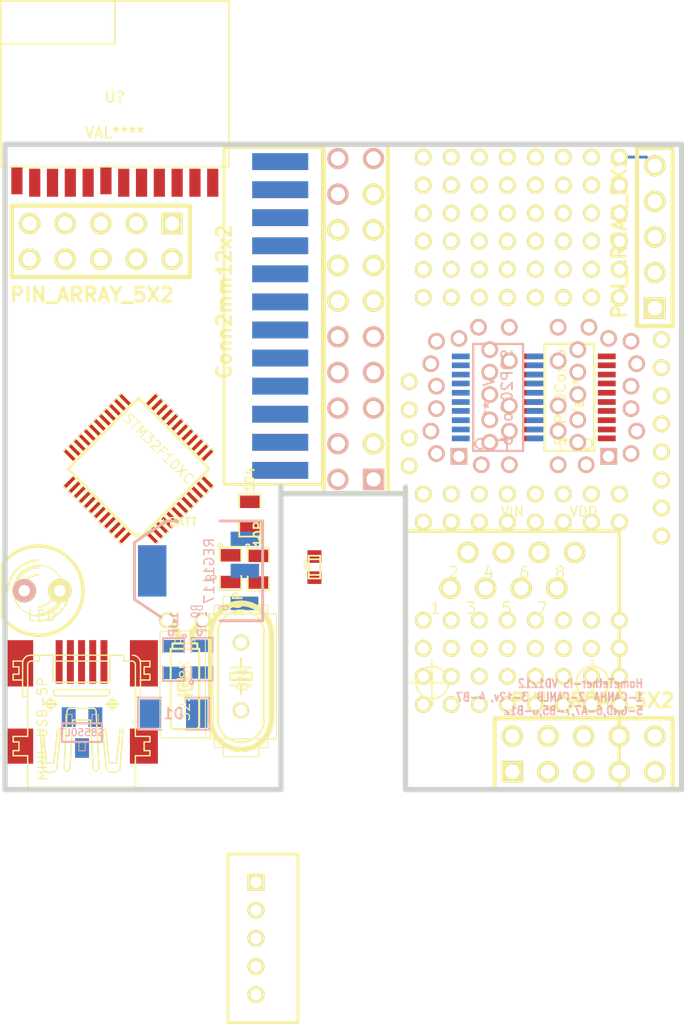
<source format=kicad_pcb>
(kicad_pcb (version 3) (host pcbnew "(2013-07-07 BZR 4022)-stable")

  (general
    (links 33)
    (no_connects 33)
    (area 48.34255 42.554499 99.9236 116.014331)
    (thickness 1.6002)
    (drawings 15)
    (tracks 2)
    (zones 0)
    (modules 51)
    (nets 51)
  )

  (page A4)
  (layers
    (15 Front signal)
    (0 Back signal)
    (16 B.Adhes user)
    (17 F.Adhes user)
    (18 B.Paste user)
    (19 F.Paste user)
    (20 B.SilkS user)
    (21 F.SilkS user)
    (22 B.Mask user)
    (23 F.Mask user)
    (28 Edge.Cuts user)
  )

  (setup
    (last_trace_width 0.2032)
    (user_trace_width 0.29972)
    (user_trace_width 0.50038)
    (user_trace_width 0.8001)
    (user_trace_width 1.00076)
    (trace_clearance 0.14986)
    (zone_clearance 0.29972)
    (zone_45_only no)
    (trace_min 0.09906)
    (segment_width 0.381)
    (edge_width 0.381)
    (via_size 0.50038)
    (via_drill 0.29972)
    (via_min_size 0.29972)
    (via_min_drill 0.20066)
    (user_via 0.8001 0.29972)
    (user_via 1.19888 0.50038)
    (user_via 4.50088 3.50012)
    (uvia_size 0.30988)
    (uvia_drill 0.127)
    (uvias_allowed no)
    (uvia_min_size 0.30734)
    (uvia_min_drill 0.127)
    (pcb_text_width 0.3048)
    (pcb_text_size 1.524 2.032)
    (mod_edge_width 0.20066)
    (mod_text_size 1.524 1.524)
    (mod_text_width 0.3048)
    (pad_size 0.8 2)
    (pad_drill 0)
    (pad_to_mask_clearance 0.254)
    (aux_axis_origin 0 0)
    (visible_elements 7FFFF7FF)
    (pcbplotparams
      (layerselection 285179905)
      (usegerberextensions true)
      (excludeedgelayer true)
      (linewidth 0.150000)
      (plotframeref true)
      (viasonmask false)
      (mode 1)
      (useauxorigin true)
      (hpglpennumber 1)
      (hpglpenspeed 20)
      (hpglpendiameter 15)
      (hpglpenoverlay 0)
      (psnegative false)
      (psa4output false)
      (plotreference true)
      (plotvalue true)
      (plotothertext true)
      (plotinvisibletext true)
      (padsonsilk true)
      (subtractmaskfromsilk true)
      (outputformat 1)
      (mirror false)
      (drillshape 1)
      (scaleselection 1)
      (outputdirectory D:/temp/ISVD201212.9/))
  )

  (net 0 "")
  (net 1 +3.3V)
  (net 2 /12V)
  (net 3 /A0)
  (net 4 /A1)
  (net 5 /A10)
  (net 6 /A11)
  (net 7 /A12)
  (net 8 /A2)
  (net 9 /A3)
  (net 10 /A4)
  (net 11 /A5)
  (net 12 /A6)
  (net 13 /A7)
  (net 14 /A8)
  (net 15 /A9)
  (net 16 /B0)
  (net 17 /B1)
  (net 18 /B10)
  (net 19 /B11)
  (net 20 /B12)
  (net 21 /B13)
  (net 22 /B14)
  (net 23 /B15)
  (net 24 /B5)
  (net 25 /B6)
  (net 26 /B7)
  (net 27 /B8)
  (net 28 /B9)
  (net 29 /CANH-A)
  (net 30 /CANL-B)
  (net 31 /TCK)
  (net 32 /TDI)
  (net 33 /TDO)
  (net 34 /TMS)
  (net 35 /nRST)
  (net 36 /nTRST)
  (net 37 GND)
  (net 38 N-000001)
  (net 39 N-000002)
  (net 40 N-000004)
  (net 41 N-000012)
  (net 42 N-000021)
  (net 43 N-000044)
  (net 44 N-000049)
  (net 45 N-000050)
  (net 46 N-000051)
  (net 47 N-000057)
  (net 48 N-000060)
  (net 49 N-000061)
  (net 50 VDD)

  (net_class Default "This is the default net class."
    (clearance 0.14986)
    (trace_width 0.2032)
    (via_dia 0.50038)
    (via_drill 0.29972)
    (uvia_dia 0.30988)
    (uvia_drill 0.127)
    (add_net "")
    (add_net +3.3V)
    (add_net /12V)
    (add_net /A0)
    (add_net /A1)
    (add_net /A10)
    (add_net /A11)
    (add_net /A12)
    (add_net /A2)
    (add_net /A3)
    (add_net /A4)
    (add_net /A5)
    (add_net /A6)
    (add_net /A7)
    (add_net /A8)
    (add_net /A9)
    (add_net /B0)
    (add_net /B1)
    (add_net /B10)
    (add_net /B11)
    (add_net /B12)
    (add_net /B13)
    (add_net /B14)
    (add_net /B15)
    (add_net /B5)
    (add_net /B6)
    (add_net /B7)
    (add_net /B8)
    (add_net /B9)
    (add_net /CANH-A)
    (add_net /CANL-B)
    (add_net /TCK)
    (add_net /TDI)
    (add_net /TDO)
    (add_net /TMS)
    (add_net /nRST)
    (add_net /nTRST)
    (add_net GND)
    (add_net N-000001)
    (add_net N-000002)
    (add_net N-000004)
    (add_net N-000012)
    (add_net N-000021)
    (add_net N-000044)
    (add_net N-000049)
    (add_net N-000050)
    (add_net N-000051)
    (add_net N-000057)
    (add_net N-000060)
    (add_net N-000061)
    (add_net VDD)
  )

  (net_class PWR ""
    (clearance 0.254)
    (trace_width 1.00076)
    (via_dia 0.889)
    (via_drill 0.635)
    (uvia_dia 0.508)
    (uvia_drill 0.127)
  )

  (net_class PWR2 ""
    (clearance 0.20066)
    (trace_width 0.8001)
    (via_dia 0.889)
    (via_drill 0.635)
    (uvia_dia 0.508)
    (uvia_drill 0.127)
  )

  (net_class SIG ""
    (clearance 0.20066)
    (trace_width 0.14986)
    (via_dia 0.889)
    (via_drill 0.635)
    (uvia_dia 0.508)
    (uvia_drill 0.127)
  )

  (module pin4 (layer Front) (tedit 53552531) (tstamp 53552F7A)
    (at 91 87)
    (descr "Double rangee de contacts 2 x 8 pins")
    (tags CONN)
    (path /4F6344A8)
    (fp_text reference P? (at 0.5 -0.5) (layer F.SilkS) hide
      (effects (font (size 0.8001 0.8001) (thickness 0.200025)))
    )
    (fp_text value 4pin (at 0 1) (layer F.SilkS) hide
      (effects (font (size 1.016 1.016) (thickness 0.2032)))
    )
    (pad "" thru_hole circle (at -3 0) (size 1.2 1.2) (drill 0.8)
      (layers *.Cu *.Mask F.SilkS)
    )
    (pad "" thru_hole circle (at -1 0) (size 1.2 1.2) (drill 0.8)
      (layers *.Cu *.Mask F.SilkS)
    )
    (pad "" thru_hole circle (at 1 0) (size 1.2 1.2) (drill 0.8)
      (layers *.Cu *.Mask F.SilkS)
    )
    (pad "" thru_hole circle (at 3 0) (size 1.2 1.2) (drill 0.8)
      (layers *.Cu *.Mask F.SilkS)
    )
  )

  (module SM0805   placed (layer Front) (tedit 504A095E) (tstamp 4F636FB5)
    (at 66.26 83.32 270)
    (path /4F63579F)
    (attr smd)
    (fp_text reference C1 (at 0 0 270) (layer F.SilkS) hide
      (effects (font (size 0.635 0.635) (thickness 0.127)))
    )
    (fp_text value 10P (at 2.54 -0.508 270) (layer F.SilkS)
      (effects (font (size 0.635 0.635) (thickness 0.127)))
    )
    (fp_circle (center -1.651 0.762) (end -1.651 0.635) (layer F.SilkS) (width 0.127))
    (fp_line (start -0.508 0.762) (end -1.524 0.762) (layer F.SilkS) (width 0.127))
    (fp_line (start -1.524 0.762) (end -1.524 -0.762) (layer F.SilkS) (width 0.127))
    (fp_line (start -1.524 -0.762) (end -0.508 -0.762) (layer F.SilkS) (width 0.127))
    (fp_line (start 0.508 -0.762) (end 1.524 -0.762) (layer F.SilkS) (width 0.127))
    (fp_line (start 1.524 -0.762) (end 1.524 0.762) (layer F.SilkS) (width 0.127))
    (fp_line (start 1.524 0.762) (end 0.508 0.762) (layer F.SilkS) (width 0.127))
    (pad 1 smd rect (at -0.9525 0 270) (size 0.889 1.397)
      (layers Front F.Paste F.Mask)
      (net 40 N-000004)
    )
    (pad 2 smd rect (at 0.9525 0 270) (size 0.889 1.397)
      (layers Front F.Paste F.Mask)
      (net 37 GND)
    )
    (model smd/chip_cms.wrl
      (at (xyz 0 0 0))
      (scale (xyz 0.1 0.1 0.1))
      (rotate (xyz 0 0 0))
    )
  )

  (module SM0805   placed (layer Front) (tedit 50EEBBD0) (tstamp 4F636FB7)
    (at 68.24 83.36 270)
    (path /4F63579E)
    (attr smd)
    (fp_text reference C2 (at 0 0 270) (layer F.SilkS) hide
      (effects (font (size 0.635 0.635) (thickness 0.127)))
    )
    (fp_text value 10P (at -2.49936 0 270) (layer F.SilkS)
      (effects (font (size 0.635 0.635) (thickness 0.127)))
    )
    (fp_circle (center -1.651 0.762) (end -1.651 0.635) (layer F.SilkS) (width 0.127))
    (fp_line (start -0.508 0.762) (end -1.524 0.762) (layer F.SilkS) (width 0.127))
    (fp_line (start -1.524 0.762) (end -1.524 -0.762) (layer F.SilkS) (width 0.127))
    (fp_line (start -1.524 -0.762) (end -0.508 -0.762) (layer F.SilkS) (width 0.127))
    (fp_line (start 0.508 -0.762) (end 1.524 -0.762) (layer F.SilkS) (width 0.127))
    (fp_line (start 1.524 -0.762) (end 1.524 0.762) (layer F.SilkS) (width 0.127))
    (fp_line (start 1.524 0.762) (end 0.508 0.762) (layer F.SilkS) (width 0.127))
    (pad 1 smd rect (at -0.9525 0 270) (size 0.889 1.397)
      (layers Front F.Paste F.Mask)
      (net 37 GND)
    )
    (pad 2 smd rect (at 0.9525 0 270) (size 0.889 1.397)
      (layers Front F.Paste F.Mask)
      (net 45 N-000050)
    )
    (model smd/chip_cms.wrl
      (at (xyz 0 0 0))
      (scale (xyz 0.1 0.1 0.1))
      (rotate (xyz 0 0 0))
    )
  )

  (module SM0805   placed (layer Front) (tedit 50EEBBED) (tstamp 4F636FB9)
    (at 67.63 79.51 90)
    (path /4F6359E6)
    (attr smd)
    (fp_text reference C3 (at 0 0 90) (layer F.SilkS) hide
      (effects (font (size 0.635 0.635) (thickness 0.127)))
    )
    (fp_text value 104 (at 2.49936 0 90) (layer F.SilkS)
      (effects (font (size 0.635 0.635) (thickness 0.127)))
    )
    (fp_circle (center -1.651 0.762) (end -1.651 0.635) (layer F.SilkS) (width 0.127))
    (fp_line (start -0.508 0.762) (end -1.524 0.762) (layer F.SilkS) (width 0.127))
    (fp_line (start -1.524 0.762) (end -1.524 -0.762) (layer F.SilkS) (width 0.127))
    (fp_line (start -1.524 -0.762) (end -0.508 -0.762) (layer F.SilkS) (width 0.127))
    (fp_line (start 0.508 -0.762) (end 1.524 -0.762) (layer F.SilkS) (width 0.127))
    (fp_line (start 1.524 -0.762) (end 1.524 0.762) (layer F.SilkS) (width 0.127))
    (fp_line (start 1.524 0.762) (end 0.508 0.762) (layer F.SilkS) (width 0.127))
    (pad 1 smd rect (at -0.9525 0 90) (size 0.889 1.397)
      (layers Front F.Paste F.Mask)
      (net 35 /nRST)
    )
    (pad 2 smd rect (at 0.9525 0 90) (size 0.889 1.397)
      (layers Front F.Paste F.Mask)
      (net 37 GND)
    )
    (model smd/chip_cms.wrl
      (at (xyz 0 0 0))
      (scale (xyz 0.1 0.1 0.1))
      (rotate (xyz 0 0 0))
    )
  )

  (module SM0805   placed (layer Back) (tedit 4F65FE2F) (tstamp 4F636FBB)
    (at 64.22 89.77 90)
    (path /4F6356AE)
    (attr smd)
    (fp_text reference C4 (at 0 0 90) (layer B.SilkS) hide
      (effects (font (size 0.635 0.635) (thickness 0.127)) (justify mirror))
    )
    (fp_text value 10P (at 2.49936 0 90) (layer B.SilkS)
      (effects (font (size 0.635 0.635) (thickness 0.127)) (justify mirror))
    )
    (fp_circle (center -1.651 -0.762) (end -1.651 -0.635) (layer B.SilkS) (width 0.127))
    (fp_line (start -0.508 -0.762) (end -1.524 -0.762) (layer B.SilkS) (width 0.127))
    (fp_line (start -1.524 -0.762) (end -1.524 0.762) (layer B.SilkS) (width 0.127))
    (fp_line (start -1.524 0.762) (end -0.508 0.762) (layer B.SilkS) (width 0.127))
    (fp_line (start 0.508 0.762) (end 1.524 0.762) (layer B.SilkS) (width 0.127))
    (fp_line (start 1.524 0.762) (end 1.524 -0.762) (layer B.SilkS) (width 0.127))
    (fp_line (start 1.524 -0.762) (end 0.508 -0.762) (layer B.SilkS) (width 0.127))
    (pad 1 smd rect (at -0.9525 0 90) (size 0.889 1.397)
      (layers Back B.Paste B.Mask)
      (net 39 N-000002)
    )
    (pad 2 smd rect (at 0.9525 0 90) (size 0.889 1.397)
      (layers Back B.Paste B.Mask)
      (net 37 GND)
    )
    (model smd/chip_cms.wrl
      (at (xyz 0 0 0))
      (scale (xyz 0.1 0.1 0.1))
      (rotate (xyz 0 0 0))
    )
  )

  (module SM0805   placed (layer Back) (tedit 4F65FDDC) (tstamp 4F636FBD)
    (at 62.19 89.796 270)
    (path /4F6356BF)
    (attr smd)
    (fp_text reference C5 (at 0 0 270) (layer B.SilkS) hide
      (effects (font (size 0.635 0.635) (thickness 0.127)) (justify mirror))
    )
    (fp_text value 10P (at -2.49936 0 270) (layer B.SilkS)
      (effects (font (size 0.635 0.635) (thickness 0.127)) (justify mirror))
    )
    (fp_circle (center -1.651 -0.762) (end -1.651 -0.635) (layer B.SilkS) (width 0.127))
    (fp_line (start -0.508 -0.762) (end -1.524 -0.762) (layer B.SilkS) (width 0.127))
    (fp_line (start -1.524 -0.762) (end -1.524 0.762) (layer B.SilkS) (width 0.127))
    (fp_line (start -1.524 0.762) (end -0.508 0.762) (layer B.SilkS) (width 0.127))
    (fp_line (start 0.508 0.762) (end 1.524 0.762) (layer B.SilkS) (width 0.127))
    (fp_line (start 1.524 0.762) (end 1.524 -0.762) (layer B.SilkS) (width 0.127))
    (fp_line (start 1.524 -0.762) (end 0.508 -0.762) (layer B.SilkS) (width 0.127))
    (pad 1 smd rect (at -0.9525 0 270) (size 0.889 1.397)
      (layers Back B.Paste B.Mask)
      (net 37 GND)
    )
    (pad 2 smd rect (at 0.9525 0 270) (size 0.889 1.397)
      (layers Back B.Paste B.Mask)
      (net 44 N-000049)
    )
    (model smd/chip_cms.wrl
      (at (xyz 0 0 0))
      (scale (xyz 0.1 0.1 0.1))
      (rotate (xyz 0 0 0))
    )
  )

  (module LED-5MM (layer Front) (tedit 50EEEF35) (tstamp 50EEEF05)
    (at 52.81 84.89 180)
    (descr "LED 5mm - Lead pitch 100mil (2,54mm)")
    (tags "LED led 5mm 5MM 100mil 2,54mm")
    (path /4F6351B7)
    (fp_text reference D6 (at 0 -3.81 180) (layer F.SilkS) hide
      (effects (font (size 0.762 0.762) (thickness 0.0889)))
    )
    (fp_text value LED (at 0 -1.778 180) (layer F.SilkS)
      (effects (font (size 0.762 0.762) (thickness 0.0889)))
    )
    (fp_line (start 2.8448 1.905) (end 2.8448 -1.905) (layer F.SilkS) (width 0.2032))
    (fp_circle (center 0.254 0) (end -1.016 1.27) (layer F.SilkS) (width 0.0762))
    (fp_arc (start 0.254 0) (end 2.794 1.905) (angle 286.2) (layer F.SilkS) (width 0.254))
    (fp_arc (start 0.254 0) (end -0.889 0) (angle 90) (layer F.SilkS) (width 0.1524))
    (fp_arc (start 0.254 0) (end 1.397 0) (angle 90) (layer F.SilkS) (width 0.1524))
    (fp_arc (start 0.254 0) (end -1.397 0) (angle 90) (layer F.SilkS) (width 0.1524))
    (fp_arc (start 0.254 0) (end 1.905 0) (angle 90) (layer F.SilkS) (width 0.1524))
    (fp_arc (start 0.254 0) (end -1.905 0) (angle 90) (layer F.SilkS) (width 0.1524))
    (fp_arc (start 0.254 0) (end 2.413 0) (angle 90) (layer F.SilkS) (width 0.1524))
    (pad 1 thru_hole circle (at -1.27 0 180) (size 1.6764 1.6764) (drill 0.8128)
      (layers *.Cu *.Mask F.Paste F.SilkS)
      (net 38 N-000001)
    )
    (pad 2 thru_hole circle (at 1.27 0 180) (size 1.6764 1.6764) (drill 0.8128)
      (layers *.Cu *.Mask B.Paste B.SilkS)
      (net 37 GND)
    )
    (model discret/leds/led5_vertical_verde.wrl
      (at (xyz 0 0 0))
      (scale (xyz 1 1 1))
      (rotate (xyz 0 0 0))
    )
  )

  (module SOT223   placed (layer Back) (tedit 504A05BB) (tstamp 53527EE5)
    (at 63.97 83.48 270)
    (descr "module CMS SOT223 4 pins")
    (tags "CMS SOT")
    (path /4F63565A)
    (attr smd)
    (fp_text reference IC1 (at 0 0.762 270) (layer B.SilkS) hide
      (effects (font (size 1.016 1.016) (thickness 0.2032)) (justify mirror))
    )
    (fp_text value REG1117 (at 0 -0.762 270) (layer B.SilkS)
      (effects (font (size 0.70104 0.70104) (thickness 0.09906)) (justify mirror))
    )
    (fp_line (start -3.556 -1.524) (end -3.556 -4.572) (layer B.SilkS) (width 0.2032))
    (fp_line (start -3.556 -4.572) (end 3.556 -4.572) (layer B.SilkS) (width 0.2032))
    (fp_line (start 3.556 -4.572) (end 3.556 -1.524) (layer B.SilkS) (width 0.2032))
    (fp_line (start -3.556 1.524) (end -3.556 2.286) (layer B.SilkS) (width 0.2032))
    (fp_line (start -3.556 2.286) (end -2.032 4.572) (layer B.SilkS) (width 0.2032))
    (fp_line (start -2.032 4.572) (end 2.032 4.572) (layer B.SilkS) (width 0.2032))
    (fp_line (start 2.032 4.572) (end 3.556 2.286) (layer B.SilkS) (width 0.2032))
    (fp_line (start 3.556 2.286) (end 3.556 1.524) (layer B.SilkS) (width 0.2032))
    (pad 4 smd rect (at 0 3.302 270) (size 3.6576 2.032)
      (layers Back B.Paste B.Mask)
    )
    (pad 2 smd rect (at 0 -3.302 270) (size 1.016 2.032)
      (layers Back B.Paste B.Mask)
      (net 1 +3.3V)
    )
    (pad 3 smd rect (at 2.286 -3.302 270) (size 1.016 2.032)
      (layers Back B.Paste B.Mask)
      (net 50 VDD)
    )
    (pad 1 smd rect (at -2.286 -3.302 270) (size 1.016 2.032)
      (layers Back B.Paste B.Mask)
      (net 37 GND)
    )
    (model smd/SOT223.wrl
      (at (xyz 0 0 0))
      (scale (xyz 0.4 0.4 0.4))
      (rotate (xyz 0 0 0))
    )
  )

  (module crystal-TC26H (layer Front) (tedit 50EEF112) (tstamp 53528162)
    (at 63 87 180)
    (descr CRYSTAL)
    (tags CRYSTAL)
    (path /4F6356A5)
    (attr virtual)
    (fp_text reference X2 (at -2.032 -5.207 270) (layer F.SilkS) hide
      (effects (font (size 0.8001 0.8001) (thickness 0.0889)))
    )
    (fp_text value 32.768K (at 0 -5.00126 270) (layer F.SilkS)
      (effects (font (size 0.70104 0.70104) (thickness 0.0889)))
    )
    (fp_line (start 0.3048 -1.016) (end 0.7112 -1.016) (layer F.SilkS) (width 0.06604))
    (fp_line (start 0.7112 -1.016) (end 0.7112 -1.6002) (layer F.SilkS) (width 0.06604))
    (fp_line (start 0.3048 -1.6002) (end 0.7112 -1.6002) (layer F.SilkS) (width 0.06604))
    (fp_line (start 0.3048 -1.016) (end 0.3048 -1.6002) (layer F.SilkS) (width 0.06604))
    (fp_line (start -0.7112 -1.016) (end -0.3048 -1.016) (layer F.SilkS) (width 0.06604))
    (fp_line (start -0.3048 -1.016) (end -0.3048 -1.6002) (layer F.SilkS) (width 0.06604))
    (fp_line (start -0.7112 -1.6002) (end -0.3048 -1.6002) (layer F.SilkS) (width 0.06604))
    (fp_line (start -0.7112 -1.016) (end -0.7112 -1.6002) (layer F.SilkS) (width 0.06604))
    (fp_line (start -1.778 -0.762) (end 1.778 -0.762) (layer F.SilkS) (width 0.06604))
    (fp_line (start 1.778 -0.762) (end 1.778 -8.382) (layer F.SilkS) (width 0.06604))
    (fp_line (start -1.778 -8.382) (end 1.778 -8.382) (layer F.SilkS) (width 0.06604))
    (fp_line (start -1.778 -0.762) (end -1.778 -8.382) (layer F.SilkS) (width 0.06604))
    (fp_line (start -0.889 -1.651) (end 0.889 -1.651) (layer F.SilkS) (width 0.1524))
    (fp_line (start -0.762 -7.747) (end 0.762 -7.747) (layer F.SilkS) (width 0.1524))
    (fp_line (start 0.889 -1.651) (end 0.889 -2.032) (layer F.SilkS) (width 0.1524))
    (fp_line (start 1.016 -2.032) (end 1.016 -7.493) (layer F.SilkS) (width 0.1524))
    (fp_line (start -0.889 -1.651) (end -0.889 -2.032) (layer F.SilkS) (width 0.1524))
    (fp_line (start -1.016 -2.032) (end -0.889 -2.032) (layer F.SilkS) (width 0.1524))
    (fp_line (start -1.016 -2.032) (end -1.016 -7.493) (layer F.SilkS) (width 0.1524))
    (fp_line (start 0.508 -0.762) (end 0.508 -1.143) (layer F.SilkS) (width 0.4064))
    (fp_line (start -0.508 -0.762) (end -0.508 -1.27) (layer F.SilkS) (width 0.4064))
    (fp_line (start 0.635 -0.635) (end 1.27 0) (layer F.SilkS) (width 0.4064))
    (fp_line (start -0.635 -0.635) (end -1.27 0) (layer F.SilkS) (width 0.4064))
    (fp_line (start -0.508 -4.953) (end -0.508 -4.572) (layer F.SilkS) (width 0.1524))
    (fp_line (start 0.508 -4.572) (end -0.508 -4.572) (layer F.SilkS) (width 0.1524))
    (fp_line (start 0.508 -4.572) (end 0.508 -4.953) (layer F.SilkS) (width 0.1524))
    (fp_line (start -0.508 -4.953) (end 0.508 -4.953) (layer F.SilkS) (width 0.1524))
    (fp_line (start -0.508 -5.334) (end 0 -5.334) (layer F.SilkS) (width 0.1524))
    (fp_line (start -0.508 -4.191) (end 0 -4.191) (layer F.SilkS) (width 0.1524))
    (fp_line (start 0 -4.191) (end 0 -3.683) (layer F.SilkS) (width 0.1524))
    (fp_line (start 0 -4.191) (end 0.508 -4.191) (layer F.SilkS) (width 0.1524))
    (fp_line (start 0 -5.334) (end 0 -5.842) (layer F.SilkS) (width 0.1524))
    (fp_line (start 0 -5.334) (end 0.508 -5.334) (layer F.SilkS) (width 0.1524))
    (fp_line (start 1.016 -2.032) (end 0.889 -2.032) (layer F.SilkS) (width 0.1524))
    (fp_line (start 0.889 -2.032) (end -0.889 -2.032) (layer F.SilkS) (width 0.1524))
    (fp_arc (start 0.762 -7.493) (end 0.762 -7.747) (angle 90) (layer F.SilkS) (width 0.1524))
    (fp_arc (start -0.762 -7.493) (end -1.016 -7.493) (angle 90) (layer F.SilkS) (width 0.1524))
    (pad 1 thru_hole circle (at -1.27 0 180) (size 1.15062 1.15062) (drill 0.8128)
      (layers *.Cu *.Mask F.Paste F.SilkS)
      (net 44 N-000049)
    )
    (pad 2 thru_hole circle (at 1.27 0 180) (size 1.15062 1.15062) (drill 0.8128)
      (layers *.Cu *.Mask F.Paste F.SilkS)
      (net 39 N-000002)
    )
  )

  (module crystal-HC49/S (layer Front) (tedit 50EEF0F9) (tstamp 50EEF086)
    (at 67 91 90)
    (descr CRYSTAL)
    (tags CRYSTAL)
    (path /4F6357A0)
    (attr virtual)
    (fp_text reference X1 (at 3.302 -1.143 90) (layer F.SilkS) hide
      (effects (font (size 0.70104 0.70104) (thickness 0.0889)))
    )
    (fp_text value 8M (at -0.254 0.127 90) (layer F.SilkS)
      (effects (font (size 0.8001 0.8001) (thickness 0.0889)))
    )
    (fp_line (start -4.445 2.54) (end 4.445 2.54) (layer F.SilkS) (width 0.06604))
    (fp_line (start 4.445 2.54) (end 4.445 -2.54) (layer F.SilkS) (width 0.06604))
    (fp_line (start -4.445 -2.54) (end 4.445 -2.54) (layer F.SilkS) (width 0.06604))
    (fp_line (start -4.445 2.54) (end -4.445 -2.54) (layer F.SilkS) (width 0.06604))
    (fp_line (start -5.08 1.905) (end -4.445 1.905) (layer F.SilkS) (width 0.06604))
    (fp_line (start -4.445 1.905) (end -4.445 -1.905) (layer F.SilkS) (width 0.06604))
    (fp_line (start -5.08 -1.905) (end -4.445 -1.905) (layer F.SilkS) (width 0.06604))
    (fp_line (start -5.08 1.905) (end -5.08 -1.905) (layer F.SilkS) (width 0.06604))
    (fp_line (start -5.715 1.27) (end -5.08 1.27) (layer F.SilkS) (width 0.06604))
    (fp_line (start -5.08 1.27) (end -5.08 -1.27) (layer F.SilkS) (width 0.06604))
    (fp_line (start -5.715 -1.27) (end -5.08 -1.27) (layer F.SilkS) (width 0.06604))
    (fp_line (start -5.715 1.27) (end -5.715 -1.27) (layer F.SilkS) (width 0.06604))
    (fp_line (start 4.445 1.905) (end 5.08 1.905) (layer F.SilkS) (width 0.06604))
    (fp_line (start 5.08 1.905) (end 5.08 -1.905) (layer F.SilkS) (width 0.06604))
    (fp_line (start 4.445 -1.905) (end 5.08 -1.905) (layer F.SilkS) (width 0.06604))
    (fp_line (start 4.445 1.905) (end 4.445 -1.905) (layer F.SilkS) (width 0.06604))
    (fp_line (start 5.08 1.27) (end 5.715 1.27) (layer F.SilkS) (width 0.06604))
    (fp_line (start 5.715 1.27) (end 5.715 -1.27) (layer F.SilkS) (width 0.06604))
    (fp_line (start 5.08 -1.27) (end 5.715 -1.27) (layer F.SilkS) (width 0.06604))
    (fp_line (start 5.08 1.27) (end 5.08 -1.27) (layer F.SilkS) (width 0.06604))
    (fp_line (start -3.048 2.159) (end 3.048 2.159) (layer F.SilkS) (width 0.4064))
    (fp_line (start -3.048 -2.159) (end 3.048 -2.159) (layer F.SilkS) (width 0.4064))
    (fp_line (start -3.048 1.651) (end 3.048 1.651) (layer F.SilkS) (width 0.1524))
    (fp_line (start 3.048 -1.651) (end -3.048 -1.651) (layer F.SilkS) (width 0.1524))
    (fp_line (start -0.254 -0.762) (end 0.254 -0.762) (layer F.SilkS) (width 0.1524))
    (fp_line (start 0.254 -0.762) (end 0.254 0.762) (layer F.SilkS) (width 0.1524))
    (fp_line (start 0.254 0.762) (end -0.254 0.762) (layer F.SilkS) (width 0.1524))
    (fp_line (start -0.254 0.762) (end -0.254 -0.762) (layer F.SilkS) (width 0.1524))
    (fp_line (start 0.635 -0.762) (end 0.635 0) (layer F.SilkS) (width 0.1524))
    (fp_line (start 0.635 0) (end 0.635 0.762) (layer F.SilkS) (width 0.1524))
    (fp_line (start -0.635 -0.762) (end -0.635 0) (layer F.SilkS) (width 0.1524))
    (fp_line (start -0.635 0) (end -0.635 0.762) (layer F.SilkS) (width 0.1524))
    (fp_line (start 0.635 0) (end 1.27 0) (layer F.SilkS) (width 0.1524))
    (fp_line (start -0.635 0) (end -1.27 0) (layer F.SilkS) (width 0.1524))
    (fp_arc (start -3.048 0) (end -3.048 2.159) (angle 180) (layer F.SilkS) (width 0.4064))
    (fp_arc (start 3.048 0) (end 3.048 -2.159) (angle 180) (layer F.SilkS) (width 0.4064))
    (fp_arc (start -3.048 0) (end -3.048 1.651) (angle 180) (layer F.SilkS) (width 0.1524))
    (fp_arc (start 3.048 0) (end 3.048 -1.651) (angle 180) (layer F.SilkS) (width 0.1524))
    (pad 1 thru_hole circle (at -2.413 0 90) (size 1.15062 1.15062) (drill 0.8128)
      (layers *.Cu *.Mask F.Paste F.SilkS)
      (net 40 N-000004)
    )
    (pad 2 thru_hole circle (at 2.413 0 90) (size 1.15062 1.15062) (drill 0.8128)
      (layers *.Cu *.Mask F.Paste F.SilkS)
      (net 45 N-000050)
    )
  )

  (module atmel-TQFP48 (layer Front) (tedit 50EEBBFB) (tstamp 4F637232)
    (at 59.69 76.2 135)
    (descr "THIN PLASIC QUAD FLAT PACKAGE")
    (tags "THIN PLASIC QUAD FLAT PACKAGE")
    (path /4F634137)
    (attr smd)
    (fp_text reference U1 (at 0.127 -2.54 135) (layer F.SilkS) hide
      (effects (font (size 1.016 1.016) (thickness 0.0889)))
    )
    (fp_text value STM32F10XC (at 0 2.032 135) (layer F.SilkS)
      (effects (font (size 0.70104 0.70104) (thickness 0.0889)))
    )
    (fp_line (start 3.57886 -0.1016) (end 4.6482 -0.1016) (layer F.SilkS) (width 0.06604))
    (fp_line (start 4.6482 -0.1016) (end 4.6482 -0.4064) (layer F.SilkS) (width 0.06604))
    (fp_line (start 3.57886 -0.4064) (end 4.6482 -0.4064) (layer F.SilkS) (width 0.06604))
    (fp_line (start 3.57886 -0.1016) (end 3.57886 -0.4064) (layer F.SilkS) (width 0.06604))
    (fp_line (start 3.57886 -0.6096) (end 4.6482 -0.6096) (layer F.SilkS) (width 0.06604))
    (fp_line (start 4.6482 -0.6096) (end 4.6482 -0.9144) (layer F.SilkS) (width 0.06604))
    (fp_line (start 3.57886 -0.9144) (end 4.6482 -0.9144) (layer F.SilkS) (width 0.06604))
    (fp_line (start 3.57886 -0.6096) (end 3.57886 -0.9144) (layer F.SilkS) (width 0.06604))
    (fp_line (start 3.57886 -1.1176) (end 4.6482 -1.1176) (layer F.SilkS) (width 0.06604))
    (fp_line (start 4.6482 -1.1176) (end 4.6482 -1.4224) (layer F.SilkS) (width 0.06604))
    (fp_line (start 3.57886 -1.4224) (end 4.6482 -1.4224) (layer F.SilkS) (width 0.06604))
    (fp_line (start 3.57886 -1.1176) (end 3.57886 -1.4224) (layer F.SilkS) (width 0.06604))
    (fp_line (start 3.57886 -1.6256) (end 4.6482 -1.6256) (layer F.SilkS) (width 0.06604))
    (fp_line (start 4.6482 -1.6256) (end 4.6482 -1.9304) (layer F.SilkS) (width 0.06604))
    (fp_line (start 3.57886 -1.9304) (end 4.6482 -1.9304) (layer F.SilkS) (width 0.06604))
    (fp_line (start 3.57886 -1.6256) (end 3.57886 -1.9304) (layer F.SilkS) (width 0.06604))
    (fp_line (start 3.57886 -2.1336) (end 4.6482 -2.1336) (layer F.SilkS) (width 0.06604))
    (fp_line (start 4.6482 -2.1336) (end 4.6482 -2.4384) (layer F.SilkS) (width 0.06604))
    (fp_line (start 3.57886 -2.4384) (end 4.6482 -2.4384) (layer F.SilkS) (width 0.06604))
    (fp_line (start 3.57886 -2.1336) (end 3.57886 -2.4384) (layer F.SilkS) (width 0.06604))
    (fp_line (start 3.57886 -2.6416) (end 4.6482 -2.6416) (layer F.SilkS) (width 0.06604))
    (fp_line (start 4.6482 -2.6416) (end 4.6482 -2.9464) (layer F.SilkS) (width 0.06604))
    (fp_line (start 3.57886 -2.9464) (end 4.6482 -2.9464) (layer F.SilkS) (width 0.06604))
    (fp_line (start 3.57886 -2.6416) (end 3.57886 -2.9464) (layer F.SilkS) (width 0.06604))
    (fp_line (start 3.57886 0.4064) (end 4.6482 0.4064) (layer F.SilkS) (width 0.06604))
    (fp_line (start 4.6482 0.4064) (end 4.6482 0.1016) (layer F.SilkS) (width 0.06604))
    (fp_line (start 3.57886 0.1016) (end 4.6482 0.1016) (layer F.SilkS) (width 0.06604))
    (fp_line (start 3.57886 0.4064) (end 3.57886 0.1016) (layer F.SilkS) (width 0.06604))
    (fp_line (start 3.57886 0.9144) (end 4.6482 0.9144) (layer F.SilkS) (width 0.06604))
    (fp_line (start 4.6482 0.9144) (end 4.6482 0.6096) (layer F.SilkS) (width 0.06604))
    (fp_line (start 3.57886 0.6096) (end 4.6482 0.6096) (layer F.SilkS) (width 0.06604))
    (fp_line (start 3.57886 0.9144) (end 3.57886 0.6096) (layer F.SilkS) (width 0.06604))
    (fp_line (start 3.57886 1.4224) (end 4.6482 1.4224) (layer F.SilkS) (width 0.06604))
    (fp_line (start 4.6482 1.4224) (end 4.6482 1.1176) (layer F.SilkS) (width 0.06604))
    (fp_line (start 3.57886 1.1176) (end 4.6482 1.1176) (layer F.SilkS) (width 0.06604))
    (fp_line (start 3.57886 1.4224) (end 3.57886 1.1176) (layer F.SilkS) (width 0.06604))
    (fp_line (start 3.57886 1.9304) (end 4.6482 1.9304) (layer F.SilkS) (width 0.06604))
    (fp_line (start 4.6482 1.9304) (end 4.6482 1.6256) (layer F.SilkS) (width 0.06604))
    (fp_line (start 3.57886 1.6256) (end 4.6482 1.6256) (layer F.SilkS) (width 0.06604))
    (fp_line (start 3.57886 1.9304) (end 3.57886 1.6256) (layer F.SilkS) (width 0.06604))
    (fp_line (start 3.57886 2.4384) (end 4.6482 2.4384) (layer F.SilkS) (width 0.06604))
    (fp_line (start 4.6482 2.4384) (end 4.6482 2.1336) (layer F.SilkS) (width 0.06604))
    (fp_line (start 3.57886 2.1336) (end 4.6482 2.1336) (layer F.SilkS) (width 0.06604))
    (fp_line (start 3.57886 2.4384) (end 3.57886 2.1336) (layer F.SilkS) (width 0.06604))
    (fp_line (start 3.57886 2.9464) (end 4.6482 2.9464) (layer F.SilkS) (width 0.06604))
    (fp_line (start 4.6482 2.9464) (end 4.6482 2.6416) (layer F.SilkS) (width 0.06604))
    (fp_line (start 3.57886 2.6416) (end 4.6482 2.6416) (layer F.SilkS) (width 0.06604))
    (fp_line (start 3.57886 2.9464) (end 3.57886 2.6416) (layer F.SilkS) (width 0.06604))
    (fp_line (start -4.6482 0.4064) (end -3.57886 0.4064) (layer F.SilkS) (width 0.06604))
    (fp_line (start -3.57886 0.4064) (end -3.57886 0.1016) (layer F.SilkS) (width 0.06604))
    (fp_line (start -4.6482 0.1016) (end -3.57886 0.1016) (layer F.SilkS) (width 0.06604))
    (fp_line (start -4.6482 0.4064) (end -4.6482 0.1016) (layer F.SilkS) (width 0.06604))
    (fp_line (start -4.6482 0.9144) (end -3.57886 0.9144) (layer F.SilkS) (width 0.06604))
    (fp_line (start -3.57886 0.9144) (end -3.57886 0.6096) (layer F.SilkS) (width 0.06604))
    (fp_line (start -4.6482 0.6096) (end -3.57886 0.6096) (layer F.SilkS) (width 0.06604))
    (fp_line (start -4.6482 0.9144) (end -4.6482 0.6096) (layer F.SilkS) (width 0.06604))
    (fp_line (start -4.6482 1.4224) (end -3.57886 1.4224) (layer F.SilkS) (width 0.06604))
    (fp_line (start -3.57886 1.4224) (end -3.57886 1.1176) (layer F.SilkS) (width 0.06604))
    (fp_line (start -4.6482 1.1176) (end -3.57886 1.1176) (layer F.SilkS) (width 0.06604))
    (fp_line (start -4.6482 1.4224) (end -4.6482 1.1176) (layer F.SilkS) (width 0.06604))
    (fp_line (start -4.6482 1.9304) (end -3.57886 1.9304) (layer F.SilkS) (width 0.06604))
    (fp_line (start -3.57886 1.9304) (end -3.57886 1.6256) (layer F.SilkS) (width 0.06604))
    (fp_line (start -4.6482 1.6256) (end -3.57886 1.6256) (layer F.SilkS) (width 0.06604))
    (fp_line (start -4.6482 1.9304) (end -4.6482 1.6256) (layer F.SilkS) (width 0.06604))
    (fp_line (start -4.6482 2.4384) (end -3.57886 2.4384) (layer F.SilkS) (width 0.06604))
    (fp_line (start -3.57886 2.4384) (end -3.57886 2.1336) (layer F.SilkS) (width 0.06604))
    (fp_line (start -4.6482 2.1336) (end -3.57886 2.1336) (layer F.SilkS) (width 0.06604))
    (fp_line (start -4.6482 2.4384) (end -4.6482 2.1336) (layer F.SilkS) (width 0.06604))
    (fp_line (start -4.6482 2.9464) (end -3.57886 2.9464) (layer F.SilkS) (width 0.06604))
    (fp_line (start -3.57886 2.9464) (end -3.57886 2.6416) (layer F.SilkS) (width 0.06604))
    (fp_line (start -4.6482 2.6416) (end -3.57886 2.6416) (layer F.SilkS) (width 0.06604))
    (fp_line (start -4.6482 2.9464) (end -4.6482 2.6416) (layer F.SilkS) (width 0.06604))
    (fp_line (start -4.6482 -0.1016) (end -3.57886 -0.1016) (layer F.SilkS) (width 0.06604))
    (fp_line (start -3.57886 -0.1016) (end -3.57886 -0.4064) (layer F.SilkS) (width 0.06604))
    (fp_line (start -4.6482 -0.4064) (end -3.57886 -0.4064) (layer F.SilkS) (width 0.06604))
    (fp_line (start -4.6482 -0.1016) (end -4.6482 -0.4064) (layer F.SilkS) (width 0.06604))
    (fp_line (start -4.6482 -0.6096) (end -3.57886 -0.6096) (layer F.SilkS) (width 0.06604))
    (fp_line (start -3.57886 -0.6096) (end -3.57886 -0.9144) (layer F.SilkS) (width 0.06604))
    (fp_line (start -4.6482 -0.9144) (end -3.57886 -0.9144) (layer F.SilkS) (width 0.06604))
    (fp_line (start -4.6482 -0.6096) (end -4.6482 -0.9144) (layer F.SilkS) (width 0.06604))
    (fp_line (start -4.6482 -1.1176) (end -3.57886 -1.1176) (layer F.SilkS) (width 0.06604))
    (fp_line (start -3.57886 -1.1176) (end -3.57886 -1.4224) (layer F.SilkS) (width 0.06604))
    (fp_line (start -4.6482 -1.4224) (end -3.57886 -1.4224) (layer F.SilkS) (width 0.06604))
    (fp_line (start -4.6482 -1.1176) (end -4.6482 -1.4224) (layer F.SilkS) (width 0.06604))
    (fp_line (start -4.6482 -1.6256) (end -3.57886 -1.6256) (layer F.SilkS) (width 0.06604))
    (fp_line (start -3.57886 -1.6256) (end -3.57886 -1.9304) (layer F.SilkS) (width 0.06604))
    (fp_line (start -4.6482 -1.9304) (end -3.57886 -1.9304) (layer F.SilkS) (width 0.06604))
    (fp_line (start -4.6482 -1.6256) (end -4.6482 -1.9304) (layer F.SilkS) (width 0.06604))
    (fp_line (start -4.6482 -2.1336) (end -3.57886 -2.1336) (layer F.SilkS) (width 0.06604))
    (fp_line (start -3.57886 -2.1336) (end -3.57886 -2.4384) (layer F.SilkS) (width 0.06604))
    (fp_line (start -4.6482 -2.4384) (end -3.57886 -2.4384) (layer F.SilkS) (width 0.06604))
    (fp_line (start -4.6482 -2.1336) (end -4.6482 -2.4384) (layer F.SilkS) (width 0.06604))
    (fp_line (start -4.6482 -2.6416) (end -3.57886 -2.6416) (layer F.SilkS) (width 0.06604))
    (fp_line (start -3.57886 -2.6416) (end -3.57886 -2.9464) (layer F.SilkS) (width 0.06604))
    (fp_line (start -4.6482 -2.9464) (end -3.57886 -2.9464) (layer F.SilkS) (width 0.06604))
    (fp_line (start -4.6482 -2.6416) (end -4.6482 -2.9464) (layer F.SilkS) (width 0.06604))
    (fp_line (start -0.4064 -3.57886) (end -0.1016 -3.57886) (layer F.SilkS) (width 0.06604))
    (fp_line (start -0.1016 -3.57886) (end -0.1016 -4.6482) (layer F.SilkS) (width 0.06604))
    (fp_line (start -0.4064 -4.6482) (end -0.1016 -4.6482) (layer F.SilkS) (width 0.06604))
    (fp_line (start -0.4064 -3.57886) (end -0.4064 -4.6482) (layer F.SilkS) (width 0.06604))
    (fp_line (start -0.9144 -3.57886) (end -0.6096 -3.57886) (layer F.SilkS) (width 0.06604))
    (fp_line (start -0.6096 -3.57886) (end -0.6096 -4.6482) (layer F.SilkS) (width 0.06604))
    (fp_line (start -0.9144 -4.6482) (end -0.6096 -4.6482) (layer F.SilkS) (width 0.06604))
    (fp_line (start -0.9144 -3.57886) (end -0.9144 -4.6482) (layer F.SilkS) (width 0.06604))
    (fp_line (start -1.4224 -3.57886) (end -1.1176 -3.57886) (layer F.SilkS) (width 0.06604))
    (fp_line (start -1.1176 -3.57886) (end -1.1176 -4.6482) (layer F.SilkS) (width 0.06604))
    (fp_line (start -1.4224 -4.6482) (end -1.1176 -4.6482) (layer F.SilkS) (width 0.06604))
    (fp_line (start -1.4224 -3.57886) (end -1.4224 -4.6482) (layer F.SilkS) (width 0.06604))
    (fp_line (start -1.9304 -3.57886) (end -1.6256 -3.57886) (layer F.SilkS) (width 0.06604))
    (fp_line (start -1.6256 -3.57886) (end -1.6256 -4.6482) (layer F.SilkS) (width 0.06604))
    (fp_line (start -1.9304 -4.6482) (end -1.6256 -4.6482) (layer F.SilkS) (width 0.06604))
    (fp_line (start -1.9304 -3.57886) (end -1.9304 -4.6482) (layer F.SilkS) (width 0.06604))
    (fp_line (start -2.4384 -3.57886) (end -2.1336 -3.57886) (layer F.SilkS) (width 0.06604))
    (fp_line (start -2.1336 -3.57886) (end -2.1336 -4.6482) (layer F.SilkS) (width 0.06604))
    (fp_line (start -2.4384 -4.6482) (end -2.1336 -4.6482) (layer F.SilkS) (width 0.06604))
    (fp_line (start -2.4384 -3.57886) (end -2.4384 -4.6482) (layer F.SilkS) (width 0.06604))
    (fp_line (start -2.9464 -3.57886) (end -2.6416 -3.57886) (layer F.SilkS) (width 0.06604))
    (fp_line (start -2.6416 -3.57886) (end -2.6416 -4.6482) (layer F.SilkS) (width 0.06604))
    (fp_line (start -2.9464 -4.6482) (end -2.6416 -4.6482) (layer F.SilkS) (width 0.06604))
    (fp_line (start -2.9464 -3.57886) (end -2.9464 -4.6482) (layer F.SilkS) (width 0.06604))
    (fp_line (start 0.1016 -3.57886) (end 0.4064 -3.57886) (layer F.SilkS) (width 0.06604))
    (fp_line (start 0.4064 -3.57886) (end 0.4064 -4.6482) (layer F.SilkS) (width 0.06604))
    (fp_line (start 0.1016 -4.6482) (end 0.4064 -4.6482) (layer F.SilkS) (width 0.06604))
    (fp_line (start 0.1016 -3.57886) (end 0.1016 -4.6482) (layer F.SilkS) (width 0.06604))
    (fp_line (start 0.6096 -3.57886) (end 0.9144 -3.57886) (layer F.SilkS) (width 0.06604))
    (fp_line (start 0.9144 -3.57886) (end 0.9144 -4.6482) (layer F.SilkS) (width 0.06604))
    (fp_line (start 0.6096 -4.6482) (end 0.9144 -4.6482) (layer F.SilkS) (width 0.06604))
    (fp_line (start 0.6096 -3.57886) (end 0.6096 -4.6482) (layer F.SilkS) (width 0.06604))
    (fp_line (start 1.1176 -3.57886) (end 1.4224 -3.57886) (layer F.SilkS) (width 0.06604))
    (fp_line (start 1.4224 -3.57886) (end 1.4224 -4.6482) (layer F.SilkS) (width 0.06604))
    (fp_line (start 1.1176 -4.6482) (end 1.4224 -4.6482) (layer F.SilkS) (width 0.06604))
    (fp_line (start 1.1176 -3.57886) (end 1.1176 -4.6482) (layer F.SilkS) (width 0.06604))
    (fp_line (start 1.6256 -3.57886) (end 1.9304 -3.57886) (layer F.SilkS) (width 0.06604))
    (fp_line (start 1.9304 -3.57886) (end 1.9304 -4.6482) (layer F.SilkS) (width 0.06604))
    (fp_line (start 1.6256 -4.6482) (end 1.9304 -4.6482) (layer F.SilkS) (width 0.06604))
    (fp_line (start 1.6256 -3.57886) (end 1.6256 -4.6482) (layer F.SilkS) (width 0.06604))
    (fp_line (start 2.1336 -3.57886) (end 2.4384 -3.57886) (layer F.SilkS) (width 0.06604))
    (fp_line (start 2.4384 -3.57886) (end 2.4384 -4.6482) (layer F.SilkS) (width 0.06604))
    (fp_line (start 2.1336 -4.6482) (end 2.4384 -4.6482) (layer F.SilkS) (width 0.06604))
    (fp_line (start 2.1336 -3.57886) (end 2.1336 -4.6482) (layer F.SilkS) (width 0.06604))
    (fp_line (start 2.6416 -3.57886) (end 2.9464 -3.57886) (layer F.SilkS) (width 0.06604))
    (fp_line (start 2.9464 -3.57886) (end 2.9464 -4.6482) (layer F.SilkS) (width 0.06604))
    (fp_line (start 2.6416 -4.6482) (end 2.9464 -4.6482) (layer F.SilkS) (width 0.06604))
    (fp_line (start 2.6416 -3.57886) (end 2.6416 -4.6482) (layer F.SilkS) (width 0.06604))
    (fp_line (start 0.1016 4.6482) (end 0.4064 4.6482) (layer F.SilkS) (width 0.06604))
    (fp_line (start 0.4064 4.6482) (end 0.4064 3.57886) (layer F.SilkS) (width 0.06604))
    (fp_line (start 0.1016 3.57886) (end 0.4064 3.57886) (layer F.SilkS) (width 0.06604))
    (fp_line (start 0.1016 4.6482) (end 0.1016 3.57886) (layer F.SilkS) (width 0.06604))
    (fp_line (start 0.6096 4.6482) (end 0.9144 4.6482) (layer F.SilkS) (width 0.06604))
    (fp_line (start 0.9144 4.6482) (end 0.9144 3.57886) (layer F.SilkS) (width 0.06604))
    (fp_line (start 0.6096 3.57886) (end 0.9144 3.57886) (layer F.SilkS) (width 0.06604))
    (fp_line (start 0.6096 4.6482) (end 0.6096 3.57886) (layer F.SilkS) (width 0.06604))
    (fp_line (start 1.1176 4.6482) (end 1.4224 4.6482) (layer F.SilkS) (width 0.06604))
    (fp_line (start 1.4224 4.6482) (end 1.4224 3.57886) (layer F.SilkS) (width 0.06604))
    (fp_line (start 1.1176 3.57886) (end 1.4224 3.57886) (layer F.SilkS) (width 0.06604))
    (fp_line (start 1.1176 4.6482) (end 1.1176 3.57886) (layer F.SilkS) (width 0.06604))
    (fp_line (start 1.6256 4.6482) (end 1.9304 4.6482) (layer F.SilkS) (width 0.06604))
    (fp_line (start 1.9304 4.6482) (end 1.9304 3.57886) (layer F.SilkS) (width 0.06604))
    (fp_line (start 1.6256 3.57886) (end 1.9304 3.57886) (layer F.SilkS) (width 0.06604))
    (fp_line (start 1.6256 4.6482) (end 1.6256 3.57886) (layer F.SilkS) (width 0.06604))
    (fp_line (start 2.1336 4.6482) (end 2.4384 4.6482) (layer F.SilkS) (width 0.06604))
    (fp_line (start 2.4384 4.6482) (end 2.4384 3.57886) (layer F.SilkS) (width 0.06604))
    (fp_line (start 2.1336 3.57886) (end 2.4384 3.57886) (layer F.SilkS) (width 0.06604))
    (fp_line (start 2.1336 4.6482) (end 2.1336 3.57886) (layer F.SilkS) (width 0.06604))
    (fp_line (start 2.6416 4.6482) (end 2.9464 4.6482) (layer F.SilkS) (width 0.06604))
    (fp_line (start 2.9464 4.6482) (end 2.9464 3.57886) (layer F.SilkS) (width 0.06604))
    (fp_line (start 2.6416 3.57886) (end 2.9464 3.57886) (layer F.SilkS) (width 0.06604))
    (fp_line (start 2.6416 4.6482) (end 2.6416 3.57886) (layer F.SilkS) (width 0.06604))
    (fp_line (start -0.4064 4.6482) (end -0.1016 4.6482) (layer F.SilkS) (width 0.06604))
    (fp_line (start -0.1016 4.6482) (end -0.1016 3.57886) (layer F.SilkS) (width 0.06604))
    (fp_line (start -0.4064 3.57886) (end -0.1016 3.57886) (layer F.SilkS) (width 0.06604))
    (fp_line (start -0.4064 4.6482) (end -0.4064 3.57886) (layer F.SilkS) (width 0.06604))
    (fp_line (start -0.9144 4.6482) (end -0.6096 4.6482) (layer F.SilkS) (width 0.06604))
    (fp_line (start -0.6096 4.6482) (end -0.6096 3.57886) (layer F.SilkS) (width 0.06604))
    (fp_line (start -0.9144 3.57886) (end -0.6096 3.57886) (layer F.SilkS) (width 0.06604))
    (fp_line (start -0.9144 4.6482) (end -0.9144 3.57886) (layer F.SilkS) (width 0.06604))
    (fp_line (start -1.4224 4.6482) (end -1.1176 4.6482) (layer F.SilkS) (width 0.06604))
    (fp_line (start -1.1176 4.6482) (end -1.1176 3.57886) (layer F.SilkS) (width 0.06604))
    (fp_line (start -1.4224 3.57886) (end -1.1176 3.57886) (layer F.SilkS) (width 0.06604))
    (fp_line (start -1.4224 4.6482) (end -1.4224 3.57886) (layer F.SilkS) (width 0.06604))
    (fp_line (start -1.9304 4.6482) (end -1.6256 4.6482) (layer F.SilkS) (width 0.06604))
    (fp_line (start -1.6256 4.6482) (end -1.6256 3.57886) (layer F.SilkS) (width 0.06604))
    (fp_line (start -1.9304 3.57886) (end -1.6256 3.57886) (layer F.SilkS) (width 0.06604))
    (fp_line (start -1.9304 4.6482) (end -1.9304 3.57886) (layer F.SilkS) (width 0.06604))
    (fp_line (start -2.4384 4.6482) (end -2.1336 4.6482) (layer F.SilkS) (width 0.06604))
    (fp_line (start -2.1336 4.6482) (end -2.1336 3.57886) (layer F.SilkS) (width 0.06604))
    (fp_line (start -2.4384 3.57886) (end -2.1336 3.57886) (layer F.SilkS) (width 0.06604))
    (fp_line (start -2.4384 4.6482) (end -2.4384 3.57886) (layer F.SilkS) (width 0.06604))
    (fp_line (start -2.9464 4.6482) (end -2.6416 4.6482) (layer F.SilkS) (width 0.06604))
    (fp_line (start -2.6416 4.6482) (end -2.6416 3.57886) (layer F.SilkS) (width 0.06604))
    (fp_line (start -2.9464 3.57886) (end -2.6416 3.57886) (layer F.SilkS) (width 0.06604))
    (fp_line (start -2.9464 4.6482) (end -2.9464 3.57886) (layer F.SilkS) (width 0.06604))
    (fp_line (start 3.556 -3.556) (end 3.556 3.556) (layer F.SilkS) (width 0.1778))
    (fp_line (start 3.556 3.556) (end -3.556 3.556) (layer F.SilkS) (width 0.1778))
    (fp_line (start -3.556 3.556) (end -3.556 -3.175) (layer F.SilkS) (width 0.1778))
    (fp_line (start -3.175 -3.556) (end 3.556 -3.556) (layer F.SilkS) (width 0.1778))
    (fp_line (start -3.556 -3.175) (end -3.175 -3.556) (layer F.SilkS) (width 0.1778))
    (fp_circle (center -2.72796 -2.72796) (end -2.86766 -2.86766) (layer F.SilkS) (width 0.00254))
    (pad 1 smd rect (at -4.191 -2.794 135) (size 1.016 0.3048)
      (layers Front F.Paste F.Mask)
      (net 42 N-000021)
    )
    (pad 2 smd rect (at -4.191 -2.286 135) (size 1.016 0.3048)
      (layers Front F.Paste F.Mask)
    )
    (pad 3 smd rect (at -4.191 -1.778 135) (size 1.016 0.3048)
      (layers Front F.Paste F.Mask)
      (net 39 N-000002)
    )
    (pad 4 smd rect (at -4.191 -1.27 135) (size 1.016 0.3048)
      (layers Front F.Paste F.Mask)
      (net 44 N-000049)
    )
    (pad 5 smd rect (at -4.191 -0.762 135) (size 1.016 0.3048)
      (layers Front F.Paste F.Mask)
      (net 40 N-000004)
    )
    (pad 6 smd rect (at -4.191 -0.254 135) (size 1.016 0.3048)
      (layers Front F.Paste F.Mask)
      (net 45 N-000050)
    )
    (pad 7 smd rect (at -4.191 0.254 135) (size 1.016 0.3048)
      (layers Front F.Paste F.Mask)
      (net 35 /nRST)
    )
    (pad 8 smd rect (at -4.191 0.762 135) (size 1.016 0.3048)
      (layers Front F.Paste F.Mask)
      (net 37 GND)
    )
    (pad 9 smd rect (at -4.191 1.27 135) (size 1.016 0.3048)
      (layers Front F.Paste F.Mask)
      (net 1 +3.3V)
    )
    (pad 10 smd rect (at -4.191 1.778 135) (size 1.016 0.3048)
      (layers Front F.Paste F.Mask)
      (net 3 /A0)
    )
    (pad 11 smd rect (at -4.191 2.286 135) (size 1.016 0.3048)
      (layers Front F.Paste F.Mask)
      (net 4 /A1)
    )
    (pad 12 smd rect (at -4.191 2.794 135) (size 1.016 0.3048)
      (layers Front F.Paste F.Mask)
      (net 8 /A2)
    )
    (pad 13 smd rect (at -2.794 4.191 135) (size 0.3048 1.016)
      (layers Front F.Paste F.Mask)
      (net 9 /A3)
    )
    (pad 14 smd rect (at -2.286 4.191 135) (size 0.3048 1.016)
      (layers Front F.Paste F.Mask)
      (net 10 /A4)
    )
    (pad 15 smd rect (at -1.778 4.191 135) (size 0.3048 1.016)
      (layers Front F.Paste F.Mask)
      (net 11 /A5)
    )
    (pad 16 smd rect (at -1.27 4.191 135) (size 0.3048 1.016)
      (layers Front F.Paste F.Mask)
      (net 12 /A6)
    )
    (pad 17 smd rect (at -0.762 4.191 135) (size 0.3048 1.016)
      (layers Front F.Paste F.Mask)
      (net 13 /A7)
    )
    (pad 18 smd rect (at -0.254 4.191 135) (size 0.3048 1.016)
      (layers Front F.Paste F.Mask)
      (net 16 /B0)
    )
    (pad 19 smd rect (at 0.254 4.191 135) (size 0.3048 1.016)
      (layers Front F.Paste F.Mask)
      (net 17 /B1)
    )
    (pad 20 smd rect (at 0.762 4.191 135) (size 0.3048 1.016)
      (layers Front F.Paste F.Mask)
      (net 43 N-000044)
    )
    (pad 21 smd rect (at 1.27 4.191 135) (size 0.3048 1.016)
      (layers Front F.Paste F.Mask)
      (net 18 /B10)
    )
    (pad 22 smd rect (at 1.778 4.191 135) (size 0.3048 1.016)
      (layers Front F.Paste F.Mask)
      (net 19 /B11)
    )
    (pad 23 smd rect (at 2.286 4.191 135) (size 0.3048 1.016)
      (layers Front F.Paste F.Mask)
      (net 37 GND)
    )
    (pad 24 smd rect (at 2.794 4.191 135) (size 0.3048 1.016)
      (layers Front F.Paste F.Mask)
      (net 1 +3.3V)
    )
    (pad 25 smd rect (at 4.191 2.794 135) (size 1.016 0.3048)
      (layers Front F.Paste F.Mask)
      (net 20 /B12)
    )
    (pad 26 smd rect (at 4.191 2.286 135) (size 1.016 0.3048)
      (layers Front F.Paste F.Mask)
      (net 21 /B13)
    )
    (pad 27 smd rect (at 4.191 1.778 135) (size 1.016 0.3048)
      (layers Front F.Paste F.Mask)
      (net 22 /B14)
    )
    (pad 28 smd rect (at 4.191 1.27 135) (size 1.016 0.3048)
      (layers Front F.Paste F.Mask)
      (net 23 /B15)
    )
    (pad 29 smd rect (at 4.191 0.762 135) (size 1.016 0.3048)
      (layers Front F.Paste F.Mask)
      (net 14 /A8)
    )
    (pad 30 smd rect (at 4.191 0.254 135) (size 1.016 0.3048)
      (layers Front F.Paste F.Mask)
      (net 15 /A9)
    )
    (pad 31 smd rect (at 4.191 -0.254 135) (size 1.016 0.3048)
      (layers Front F.Paste F.Mask)
      (net 5 /A10)
    )
    (pad 32 smd rect (at 4.191 -0.762 135) (size 1.016 0.3048)
      (layers Front F.Paste F.Mask)
      (net 6 /A11)
    )
    (pad 33 smd rect (at 4.191 -1.27 135) (size 1.016 0.3048)
      (layers Front F.Paste F.Mask)
      (net 7 /A12)
    )
    (pad 34 smd rect (at 4.191 -1.778 135) (size 1.016 0.3048)
      (layers Front F.Paste F.Mask)
      (net 34 /TMS)
    )
    (pad 35 smd rect (at 4.191 -2.286 135) (size 1.016 0.3048)
      (layers Front F.Paste F.Mask)
      (net 37 GND)
    )
    (pad 36 smd rect (at 4.191 -2.794 135) (size 1.016 0.3048)
      (layers Front F.Paste F.Mask)
      (net 1 +3.3V)
    )
    (pad 37 smd rect (at 2.794 -4.191 135) (size 0.3048 1.016)
      (layers Front F.Paste F.Mask)
      (net 31 /TCK)
    )
    (pad 38 smd rect (at 2.286 -4.191 135) (size 0.3048 1.016)
      (layers Front F.Paste F.Mask)
      (net 32 /TDI)
    )
    (pad 39 smd rect (at 1.778 -4.191 135) (size 0.3048 1.016)
      (layers Front F.Paste F.Mask)
      (net 33 /TDO)
    )
    (pad 40 smd rect (at 1.27 -4.191 135) (size 0.3048 1.016)
      (layers Front F.Paste F.Mask)
      (net 36 /nTRST)
    )
    (pad 41 smd rect (at 0.762 -4.191 135) (size 0.3048 1.016)
      (layers Front F.Paste F.Mask)
      (net 24 /B5)
    )
    (pad 42 smd rect (at 0.254 -4.191 135) (size 0.3048 1.016)
      (layers Front F.Paste F.Mask)
      (net 25 /B6)
    )
    (pad 43 smd rect (at -0.254 -4.191 135) (size 0.3048 1.016)
      (layers Front F.Paste F.Mask)
      (net 26 /B7)
    )
    (pad 44 smd rect (at -0.762 -4.191 135) (size 0.3048 1.016)
      (layers Front F.Paste F.Mask)
      (net 47 N-000057)
    )
    (pad 45 smd rect (at -1.27 -4.191 135) (size 0.3048 1.016)
      (layers Front F.Paste F.Mask)
      (net 27 /B8)
    )
    (pad 46 smd rect (at -1.778 -4.191 135) (size 0.3048 1.016)
      (layers Front F.Paste F.Mask)
      (net 28 /B9)
    )
    (pad 47 smd rect (at -2.286 -4.191 135) (size 0.3048 1.016)
      (layers Front F.Paste F.Mask)
      (net 37 GND)
    )
    (pad 48 smd rect (at -2.794 -4.191 135) (size 0.3048 1.016)
      (layers Front F.Paste F.Mask)
      (net 1 +3.3V)
    )
  )

  (module 1wire-SOT23 (layer Back) (tedit 504A0397) (tstamp 4F636F89)
    (at 55.66 95)
    (descr SOT-23)
    (tags SOT-23)
    (path /4F688E1F)
    (attr smd)
    (fp_text reference Q2 (at 1.27 2.54) (layer B.SilkS) hide
      (effects (font (size 1.27 1.27) (thickness 0.0889)) (justify mirror))
    )
    (fp_text value S8550LT (at 0 0) (layer B.SilkS)
      (effects (font (size 0.50038 0.50038) (thickness 0.0889)) (justify mirror))
    )
    (fp_line (start -0.2286 0.7112) (end 0.2286 0.7112) (layer B.SilkS) (width 0.06604))
    (fp_line (start 0.2286 0.7112) (end 0.2286 1.29286) (layer B.SilkS) (width 0.06604))
    (fp_line (start -0.2286 1.29286) (end 0.2286 1.29286) (layer B.SilkS) (width 0.06604))
    (fp_line (start -0.2286 0.7112) (end -0.2286 1.29286) (layer B.SilkS) (width 0.06604))
    (fp_line (start 0.7112 -1.29286) (end 1.1684 -1.29286) (layer B.SilkS) (width 0.06604))
    (fp_line (start 1.1684 -1.29286) (end 1.1684 -0.7112) (layer B.SilkS) (width 0.06604))
    (fp_line (start 0.7112 -0.7112) (end 1.1684 -0.7112) (layer B.SilkS) (width 0.06604))
    (fp_line (start 0.7112 -1.29286) (end 0.7112 -0.7112) (layer B.SilkS) (width 0.06604))
    (fp_line (start -1.1684 -1.29286) (end -0.7112 -1.29286) (layer B.SilkS) (width 0.06604))
    (fp_line (start -0.7112 -1.29286) (end -0.7112 -0.7112) (layer B.SilkS) (width 0.06604))
    (fp_line (start -1.1684 -0.7112) (end -0.7112 -0.7112) (layer B.SilkS) (width 0.06604))
    (fp_line (start -1.1684 -1.29286) (end -1.1684 -0.7112) (layer B.SilkS) (width 0.06604))
    (fp_line (start 1.4224 0.6604) (end 1.4224 -0.6604) (layer B.SilkS) (width 0.1524))
    (fp_line (start 1.4224 -0.6604) (end -1.4224 -0.6604) (layer B.SilkS) (width 0.1524))
    (fp_line (start -1.4224 -0.6604) (end -1.4224 0.6604) (layer B.SilkS) (width 0.1524))
    (fp_line (start -1.4224 0.6604) (end 1.4224 0.6604) (layer B.SilkS) (width 0.1524))
    (pad 1 smd rect (at -0.94996 -1.09982) (size 0.99822 1.39954)
      (layers Back B.Paste B.Mask)
      (net 41 N-000012)
    )
    (pad 2 smd rect (at 0.94996 -1.09982) (size 0.99822 1.39954)
      (layers Back B.Paste B.Mask)
      (net 49 N-000061)
    )
    (pad 3 smd rect (at 0 1.09982) (size 0.99822 1.39954)
      (layers Back B.Paste B.Mask)
      (net 38 N-000001)
    )
  )

  (module SM1206 (layer Back) (tedit 504A9F3B) (tstamp 4F636F8C)
    (at 62.19 93.65 180)
    (path /4F635B62)
    (attr smd)
    (fp_text reference D1 (at 0 0 180) (layer B.SilkS)
      (effects (font (size 0.762 0.762) (thickness 0.127)) (justify mirror))
    )
    (fp_text value 1N4148 (at -0.254 0 270) (layer B.SilkS) hide
      (effects (font (size 0.50038 0.50038) (thickness 0.09906)) (justify mirror))
    )
    (fp_line (start -2.54 1.143) (end -2.54 -1.143) (layer B.SilkS) (width 0.127))
    (fp_line (start -2.54 -1.143) (end -0.889 -1.143) (layer B.SilkS) (width 0.127))
    (fp_line (start 0.889 1.143) (end 2.54 1.143) (layer B.SilkS) (width 0.127))
    (fp_line (start 2.54 1.143) (end 2.54 -1.143) (layer B.SilkS) (width 0.127))
    (fp_line (start 2.54 -1.143) (end 0.889 -1.143) (layer B.SilkS) (width 0.127))
    (fp_line (start -0.889 1.143) (end -2.54 1.143) (layer B.SilkS) (width 0.127))
    (pad 1 smd rect (at -1.651 0 180) (size 1.524 2.032)
      (layers Back B.Paste B.Mask)
      (net 1 +3.3V)
    )
    (pad 2 smd rect (at 1.651 0 180) (size 1.524 2.032)
      (layers Back B.Paste B.Mask)
      (net 42 N-000021)
    )
    (model smd/chip_cms.wrl
      (at (xyz 0 0 0))
      (scale (xyz 0.17 0.16 0.16))
      (rotate (xyz 0 0 0))
    )
  )

  (module RJ45 (layer Front) (tedit 50EEEE60) (tstamp 500ED0E1)
    (at 86.36 91.44 180)
    (descr "RJ45 port")
    (tags "RJ45 port")
    (path /4FC387B8)
    (solder_mask_margin 0.01016)
    (fp_text reference J1 (at 0 0 180) (layer F.SilkS) hide
      (effects (font (size 1.524 1.524) (thickness 0.3048)))
    )
    (fp_text value RJ45 (at 0 0 180) (layer F.SilkS) hide
      (effects (font (size 1.016 1.016) (thickness 0.254)))
    )
    (fp_line (start -7.62 -7.62) (end 7.62 -7.62) (layer F.SilkS) (width 0.254))
    (fp_line (start 7.62 -7.62) (end 7.62 10.795) (layer F.SilkS) (width 0.254))
    (fp_line (start 7.62 10.795) (end -7.62 10.795) (layer F.SilkS) (width 0.254))
    (fp_line (start -7.62 10.795) (end -7.62 -7.62) (layer F.SilkS) (width 0.254))
    (fp_circle (center -5.715 0) (end -6.5278 0.8128) (layer F.SilkS) (width 0.127))
    (fp_line (start -7.3406 0) (end -4.0894 0) (layer F.SilkS) (width 0.127))
    (fp_line (start -5.715 1.6256) (end -5.715 -1.6256) (layer F.SilkS) (width 0.127))
    (fp_circle (center 5.715 0) (end 6.5278 0.8128) (layer F.SilkS) (width 0.127))
    (fp_line (start 4.0894 0) (end 7.3406 0) (layer F.SilkS) (width 0.127))
    (fp_line (start 5.715 1.6256) (end 5.715 -1.6256) (layer F.SilkS) (width 0.127))
    (fp_text user 1 (at 5.4864 5.3086 180) (layer F.SilkS)
      (effects (font (size 0.8128 0.8128) (thickness 0.0889)))
    )
    (fp_text user 3 (at 2.9464 5.3086 180) (layer F.SilkS)
      (effects (font (size 0.8128 0.8128) (thickness 0.0889)))
    )
    (fp_text user 5 (at 0.4064 5.3086 180) (layer F.SilkS)
      (effects (font (size 0.8128 0.8128) (thickness 0.0889)))
    )
    (fp_text user 7 (at -2.1336 5.3086 180) (layer F.SilkS)
      (effects (font (size 0.8128 0.8128) (thickness 0.0889)))
    )
    (fp_text user 8 (at -3.4036 7.8486 180) (layer F.SilkS)
      (effects (font (size 0.8128 0.8128) (thickness 0.0889)))
    )
    (fp_text user 6 (at -0.8636 7.8486 180) (layer F.SilkS)
      (effects (font (size 0.8128 0.8128) (thickness 0.0889)))
    )
    (fp_text user 4 (at 1.6764 7.8486 180) (layer F.SilkS)
      (effects (font (size 0.8128 0.8128) (thickness 0.0889)))
    )
    (fp_text user 2 (at 4.2164 7.8486 180) (layer F.SilkS)
      (effects (font (size 0.8128 0.8128) (thickness 0.0889)))
    )
    (pad 1 thru_hole circle (at 4.445 6.731 180) (size 1.524 1.524) (drill 1.016)
      (layers *.Cu *.Mask F.SilkS)
      (net 29 /CANH-A)
    )
    (pad 2 thru_hole circle (at 3.175 9.271 180) (size 1.524 1.524) (drill 1.016)
      (layers *.Cu *.Mask F.SilkS)
      (net 30 /CANL-B)
    )
    (pad 3 thru_hole circle (at 1.905 6.731 180) (size 1.524 1.524) (drill 1.016)
      (layers *.Cu *.Mask F.SilkS)
      (net 2 /12V)
    )
    (pad 4 thru_hole circle (at 0.635 9.271 180) (size 1.524 1.524) (drill 1.016)
      (layers *.Cu *.Mask F.SilkS)
      (net 26 /B7)
    )
    (pad 5 thru_hole circle (at -0.635 6.731 180) (size 1.524 1.524) (drill 1.016)
      (layers *.Cu *.Mask F.SilkS)
      (net 37 GND)
    )
    (pad 6 thru_hole circle (at -1.905 9.271 180) (size 1.524 1.524) (drill 1.016)
      (layers *.Cu *.Mask F.SilkS)
      (net 13 /A7)
    )
    (pad 7 thru_hole circle (at -3.175 6.731 180) (size 1.524 1.524) (drill 1.016)
      (layers *.Cu *.Mask F.SilkS)
      (net 24 /B5)
    )
    (pad 8 thru_hole circle (at -4.445 9.271 180) (size 1.524 1.524) (drill 1.016)
      (layers *.Cu *.Mask F.SilkS)
      (net 20 /B12)
    )
  )

  (module miniUSB (layer Front) (tedit 50EEBB44) (tstamp 500ED1DA)
    (at 55.626 92.964 90)
    (descr "MINI USB-B R/A SMT W/ REAR")
    (tags "MINI USB-B R/A SMT W/ REAR")
    (path /504A1826)
    (attr smd)
    (fp_text reference J2 (at -1.27 -6.35 90) (layer F.SilkS) hide
      (effects (font (size 1.27 1.27) (thickness 0.0889)))
    )
    (fp_text value MINI-USB-5P (at -1.778 -2.794 90) (layer F.SilkS)
      (effects (font (size 0.70104 0.70104) (thickness 0.0889)))
    )
    (fp_line (start -5.9182 -3.84048) (end -3.68554 -3.84048) (layer F.SilkS) (width 0.1016))
    (fp_line (start -3.68554 -3.84048) (end -3.68554 -4.87934) (layer F.SilkS) (width 0.1016))
    (fp_line (start -3.68554 -4.87934) (end -3.32232 -4.87934) (layer F.SilkS) (width 0.1016))
    (fp_line (start -3.32232 -4.87934) (end -3.32232 -4.46278) (layer F.SilkS) (width 0.1016))
    (fp_line (start -3.32232 -4.46278) (end -2.70002 -4.46278) (layer F.SilkS) (width 0.1016))
    (fp_line (start -2.70002 -4.46278) (end -2.70002 -4.87934) (layer F.SilkS) (width 0.1016))
    (fp_line (start -2.70002 -4.87934) (end -2.30886 -4.87934) (layer F.SilkS) (width 0.1016))
    (fp_line (start -2.30886 -4.87934) (end -2.30886 -3.84048) (layer F.SilkS) (width 0.1016))
    (fp_line (start -1.58242 -3.84048) (end 0.72644 -3.84048) (layer F.SilkS) (width 0.1016))
    (fp_line (start 2.80162 -3.84048) (end 0.72644 -3.84048) (layer F.SilkS) (width 0.1016))
    (fp_line (start 0.51816 -4.04876) (end 0.51816 -4.2037) (layer F.SilkS) (width 0.1016))
    (fp_line (start 0.51816 -4.2037) (end 2.90576 -4.2037) (layer F.SilkS) (width 0.1016))
    (fp_line (start -5.9182 3.84048) (end -5.9182 3.84048) (layer F.SilkS) (width 0.1016))
    (fp_line (start -5.9182 3.84048) (end -5.9182 -3.84048) (layer F.SilkS) (width 0.1016))
    (fp_line (start -1.8161 -2.9591) (end -4.56692 -2.75082) (layer F.SilkS) (width 0.1016))
    (fp_line (start -4.56692 -1.76276) (end -1.8161 -1.50368) (layer F.SilkS) (width 0.1016))
    (fp_line (start -1.8161 -1.50368) (end -1.8161 -1.71196) (layer F.SilkS) (width 0.1016))
    (fp_line (start -1.8161 -1.71196) (end -4.2037 -1.97104) (layer F.SilkS) (width 0.1016))
    (fp_line (start -4.2037 -1.97104) (end -4.2037 -2.49174) (layer F.SilkS) (width 0.1016))
    (fp_line (start -4.2037 -2.49174) (end -1.8161 -2.75082) (layer F.SilkS) (width 0.1016))
    (fp_line (start -1.8161 -2.75082) (end -1.8161 -2.9591) (layer F.SilkS) (width 0.1016))
    (fp_line (start 3.0607 -3.5814) (end 3.0607 -3.0099) (layer F.SilkS) (width 0.1016))
    (fp_line (start 3.0607 -3.0099) (end 3.42392 -3.0099) (layer F.SilkS) (width 0.1016))
    (fp_line (start 1.71196 -4.2545) (end 1.71196 -4.87934) (layer F.SilkS) (width 0.1016))
    (fp_line (start 1.71196 -4.87934) (end 2.12598 -4.87934) (layer F.SilkS) (width 0.1016))
    (fp_line (start 2.12598 -4.87934) (end 2.12598 -4.46278) (layer F.SilkS) (width 0.1016))
    (fp_line (start 2.12598 -4.46278) (end 2.64668 -4.46278) (layer F.SilkS) (width 0.1016))
    (fp_line (start 2.64668 -4.46278) (end 2.64668 -4.87934) (layer F.SilkS) (width 0.1016))
    (fp_line (start 2.64668 -4.87934) (end 3.0607 -4.87934) (layer F.SilkS) (width 0.1016))
    (fp_line (start 3.0607 -4.87934) (end 3.0607 -4.2545) (layer F.SilkS) (width 0.1016))
    (fp_line (start 0.56896 -1.76276) (end 0.56896 1.76276) (layer F.SilkS) (width 0.1016))
    (fp_line (start 1.03632 1.8161) (end 1.03632 -1.8161) (layer F.SilkS) (width 0.1016))
    (fp_line (start 0.82804 -2.02438) (end 0.82804 -2.02438) (layer F.SilkS) (width 0.1016))
    (fp_line (start 1.55702 2.02438) (end 3.42392 2.02438) (layer F.SilkS) (width 0.1016))
    (fp_line (start 3.0607 1.97104) (end 3.0607 -1.97104) (layer F.SilkS) (width 0.1016))
    (fp_line (start -4.56692 -1.2446) (end -0.51816 -1.03632) (layer F.SilkS) (width 0.1016))
    (fp_line (start -4.7752 -1.03632) (end -4.7752 -1.03632) (layer F.SilkS) (width 0.1016))
    (fp_line (start -4.56692 -0.83058) (end -1.14046 -0.6223) (layer F.SilkS) (width 0.1016))
    (fp_line (start -5.9182 3.84048) (end -3.68554 3.84048) (layer F.SilkS) (width 0.1016))
    (fp_line (start -3.68554 3.84048) (end -3.68554 4.87934) (layer F.SilkS) (width 0.1016))
    (fp_line (start -3.68554 4.87934) (end -3.32232 4.87934) (layer F.SilkS) (width 0.1016))
    (fp_line (start -3.32232 4.87934) (end -3.32232 4.46278) (layer F.SilkS) (width 0.1016))
    (fp_line (start -3.32232 4.46278) (end -2.70002 4.46278) (layer F.SilkS) (width 0.1016))
    (fp_line (start -2.70002 4.46278) (end -2.70002 4.87934) (layer F.SilkS) (width 0.1016))
    (fp_line (start -2.70002 4.87934) (end -2.30886 4.87934) (layer F.SilkS) (width 0.1016))
    (fp_line (start -2.30886 4.87934) (end -2.30886 3.84048) (layer F.SilkS) (width 0.1016))
    (fp_line (start -2.30886 3.84048) (end 2.80162 3.84048) (layer F.SilkS) (width 0.1016))
    (fp_line (start 0.51816 4.04876) (end 0.51816 4.2037) (layer F.SilkS) (width 0.1016))
    (fp_line (start 0.51816 4.2037) (end 2.90576 4.2037) (layer F.SilkS) (width 0.1016))
    (fp_line (start -1.8161 2.95656) (end -4.56692 2.75082) (layer F.SilkS) (width 0.1016))
    (fp_line (start -4.56692 1.76276) (end -1.8161 1.50368) (layer F.SilkS) (width 0.1016))
    (fp_line (start -1.8161 1.50368) (end -1.8161 1.71196) (layer F.SilkS) (width 0.1016))
    (fp_line (start -1.8161 1.71196) (end -4.2037 1.97104) (layer F.SilkS) (width 0.1016))
    (fp_line (start -4.2037 1.97104) (end -4.2037 2.4892) (layer F.SilkS) (width 0.1016))
    (fp_line (start -4.2037 2.4892) (end -1.8161 2.75082) (layer F.SilkS) (width 0.1016))
    (fp_line (start -1.8161 2.75082) (end -1.8161 2.95656) (layer F.SilkS) (width 0.1016))
    (fp_line (start 3.0607 3.5814) (end 3.0607 3.0099) (layer F.SilkS) (width 0.1016))
    (fp_line (start 3.0607 3.0099) (end 3.42392 3.0099) (layer F.SilkS) (width 0.1016))
    (fp_line (start 1.71196 4.2545) (end 1.71196 4.87934) (layer F.SilkS) (width 0.1016))
    (fp_line (start 1.71196 4.87934) (end 2.12598 4.87934) (layer F.SilkS) (width 0.1016))
    (fp_line (start 2.12598 4.87934) (end 2.12598 4.46278) (layer F.SilkS) (width 0.1016))
    (fp_line (start 2.12598 4.46278) (end 2.64668 4.46278) (layer F.SilkS) (width 0.1016))
    (fp_line (start 2.64668 4.46278) (end 2.64668 4.87934) (layer F.SilkS) (width 0.1016))
    (fp_line (start 2.64668 4.87934) (end 3.0607 4.87934) (layer F.SilkS) (width 0.1016))
    (fp_line (start 3.0607 4.87934) (end 3.0607 4.2545) (layer F.SilkS) (width 0.1016))
    (fp_line (start 1.55702 1.97104) (end 1.55702 -2.02438) (layer F.SilkS) (width 0.1016))
    (fp_line (start 1.55702 -2.02438) (end 3.42392 -2.02438) (layer F.SilkS) (width 0.1016))
    (fp_line (start -4.56692 1.2446) (end -0.51816 1.03632) (layer F.SilkS) (width 0.1016))
    (fp_line (start -0.30988 0.82804) (end -0.30988 -0.83058) (layer F.SilkS) (width 0.1016))
    (fp_line (start -4.56692 0.82804) (end -1.14046 0.6223) (layer F.SilkS) (width 0.1016))
    (fp_line (start -1.14046 0.6223) (end -1.14046 -0.6223) (layer F.SilkS) (width 0.1016))
    (fp_line (start -1.58242 3.84048) (end 0.72644 3.84048) (layer F.SilkS) (width 0.1016))
    (fp_line (start -5.9182 3.84048) (end -4.41452 3.84048) (layer F.SilkS) (width 0.1016))
    (fp_line (start -5.9182 -3.84048) (end -4.41452 -3.84048) (layer F.SilkS) (width 0.1016))
    (fp_line (start -2.30886 -3.84048) (end 0.72644 -3.84048) (layer F.SilkS) (width 0.1016))
    (fp_line (start 3.47726 2.02438) (end 3.47726 3.0099) (layer F.SilkS) (width 0.1016))
    (fp_line (start 3.47726 -3.6322) (end 3.47726 3.0099) (layer F.SilkS) (width 0.1016))
    (fp_line (start 3.47726 -3.0099) (end 3.47726 -2.02438) (layer F.SilkS) (width 0.1016))
    (fp_circle (center 0 -2.19964) (end -0.22352 -2.42316) (layer F.SilkS) (width 0.127))
    (fp_line (start -0.44958 -2.19964) (end 0.44958 -2.19964) (layer F.SilkS) (width 0.127))
    (fp_line (start 0 -1.74752) (end 0 -2.64922) (layer F.SilkS) (width 0.127))
    (fp_circle (center 0 2.19964) (end -0.22352 2.42316) (layer F.SilkS) (width 0.127))
    (fp_line (start -0.44958 2.19964) (end 0.44958 2.19964) (layer F.SilkS) (width 0.127))
    (fp_line (start 0 2.64922) (end 0 1.74752) (layer F.SilkS) (width 0.127))
    (fp_arc (start 0.72644 -4.04876) (end 0.72644 -3.84048) (angle 90) (layer F.SilkS) (width 0.1016))
    (fp_arc (start 2.90576 -3.6322) (end 2.90576 -4.2037) (angle 90) (layer F.SilkS) (width 0.1016))
    (fp_arc (start -4.54406 -2.45618) (end -4.826 -2.54254) (angle 68.6) (layer F.SilkS) (width 0.1016))
    (fp_arc (start -3.89636 -2.25806) (end -4.826 -1.97104) (angle 34) (layer F.SilkS) (width 0.1016))
    (fp_arc (start -4.54406 -2.0574) (end -4.56692 -1.76276) (angle 68.6) (layer F.SilkS) (width 0.1016))
    (fp_arc (start 2.80162 -3.5814) (end 2.80162 -3.84048) (angle 90) (layer F.SilkS) (width 0.1016))
    (fp_arc (start 0.83058 -1.8161) (end 0.82804 -2.02438) (angle 90) (layer F.SilkS) (width 0.1016))
    (fp_arc (start 0.82804 -1.76276) (end 0.56896 -1.76276) (angle 89.9) (layer F.SilkS) (width 0.1016))
    (fp_arc (start -0.53086 -0.81788) (end -0.51816 -1.03632) (angle 83.7) (layer F.SilkS) (width 0.1016))
    (fp_arc (start -4.56692 -1.03632) (end -4.7752 -1.03632) (angle 90) (layer F.SilkS) (width 0.1016))
    (fp_arc (start -4.56692 -1.03632) (end -4.56692 -0.83058) (angle 90) (layer F.SilkS) (width 0.1016))
    (fp_arc (start 0.72644 4.04876) (end 0.51816 4.04876) (angle 90) (layer F.SilkS) (width 0.1016))
    (fp_arc (start 2.90576 3.6322) (end 3.47726 3.6322) (angle 90) (layer F.SilkS) (width 0.1016))
    (fp_arc (start -4.54406 2.45618) (end -4.56692 2.75082) (angle 68.6) (layer F.SilkS) (width 0.1016))
    (fp_arc (start -3.89636 2.25806) (end -4.826 2.54254) (angle 34) (layer F.SilkS) (width 0.1016))
    (fp_arc (start -4.54406 2.0574) (end -4.826 1.97104) (angle 68.6) (layer F.SilkS) (width 0.1016))
    (fp_arc (start 2.80162 3.5814) (end 3.0607 3.5814) (angle 90) (layer F.SilkS) (width 0.1016))
    (fp_arc (start 0.83058 1.8161) (end 1.03632 1.8161) (angle 90) (layer F.SilkS) (width 0.1016))
    (fp_arc (start 0.83058 1.76276) (end 0.82804 2.02438) (angle 89.8) (layer F.SilkS) (width 0.1016))
    (fp_arc (start -0.53086 0.81788) (end -0.30988 0.82804) (angle 83.7) (layer F.SilkS) (width 0.1016))
    (fp_arc (start -4.56692 1.03632) (end -4.56692 1.2446) (angle 90) (layer F.SilkS) (width 0.1016))
    (fp_arc (start -4.56692 1.03632) (end -4.7752 1.03632) (angle 90) (layer F.SilkS) (width 0.1016))
    (pad 1 smd rect (at 2.99974 -1.59766 90) (size 3.0988 0.49784)
      (layers Front F.Paste F.Mask)
      (net 50 VDD)
    )
    (pad 2 smd rect (at 2.99974 -0.79756 90) (size 3.0988 0.49784)
      (layers Front F.Paste F.Mask)
      (net 46 N-000051)
    )
    (pad 3 smd rect (at 2.99974 0 90) (size 3.0988 0.49784)
      (layers Front F.Paste F.Mask)
      (net 48 N-000060)
    )
    (pad 4 smd rect (at 2.99974 0.79756 90) (size 3.0988 0.49784)
      (layers Front F.Paste F.Mask)
    )
    (pad 5 smd rect (at 2.99974 1.59766 90) (size 3.0988 0.49784)
      (layers Front F.Paste F.Mask)
      (net 37 GND)
    )
    (pad M1 smd rect (at -2.99974 4.44754 90) (size 2.49936 1.99898)
      (layers Front F.Paste F.Mask)
    )
    (pad M2 smd rect (at -2.99974 -4.44754 90) (size 2.49936 1.99898)
      (layers Front F.Paste F.Mask)
    )
    (pad M3 smd rect (at 2.89814 -4.44754 90) (size 3.29946 1.99898)
      (layers Front F.Paste F.Mask)
    )
    (pad M4 smd rect (at 2.89814 4.44754 90) (size 3.29946 1.99898)
      (layers Front F.Paste F.Mask)
    )
  )

  (module pin_array_10x2 (layer Front) (tedit 53551B1D) (tstamp 53552149)
    (at 75.184 65.532 90)
    (descr "Double rangee de contacts 2 x 8 pins")
    (tags CONN)
    (path /4F6344A8)
    (fp_text reference P? (at -0.254 -2.794 90) (layer F.SilkS) hide
      (effects (font (size 0.8001 0.8001) (thickness 0.200025)))
    )
    (fp_text value CONN_10X2 (at 0 3.302 90) (layer F.SilkS) hide
      (effects (font (size 1.016 1.016) (thickness 0.2032)))
    )
    (fp_line (start -12.446 2.286) (end -12.446 -2.286) (layer F.SilkS) (width 0.3048))
    (fp_line (start -12.446 -2.286) (end 12.43 -2.286) (layer F.SilkS) (width 0.3048))
    (fp_line (start 12.446 -2.286) (end 12.446 2.286) (layer F.SilkS) (width 0.3048))
    (fp_line (start 12.43 2.286) (end -12.446 2.286) (layer F.SilkS) (width 0.3048))
    (pad 19 thru_hole circle (at 11.43 1.27 90) (size 1.524 1.524) (drill 1.016)
      (layers *.Cu *.SilkS *.Mask)
    )
    (pad 20 thru_hole circle (at 11.43 -1.27 90) (size 1.524 1.524) (drill 1.016)
      (layers *.Cu *.SilkS *.Mask)
    )
    (pad 18 thru_hole circle (at 8.89 -1.27 90) (size 1.524 1.524) (drill 1.016)
      (layers *.Cu *.SilkS *.Mask)
    )
    (pad 17 thru_hole circle (at 8.89 1.27 90) (size 1.524 1.524) (drill 1.016)
      (layers *.Cu *.Mask F.SilkS)
    )
    (pad 1 thru_hole rect (at -11.43 1.27 90) (size 1.524 1.524) (drill 1.016)
      (layers *.Cu *.SilkS *.Mask)
    )
    (pad 2 thru_hole circle (at -11.43 -1.27 90) (size 1.524 1.524) (drill 1.016)
      (layers *.Cu *.SilkS *.Mask)
    )
    (pad 3 thru_hole circle (at -8.89 1.27 90) (size 1.524 1.524) (drill 1.016)
      (layers *.Cu *.Mask F.SilkS)
    )
    (pad 4 thru_hole circle (at -8.89 -1.27 90) (size 1.524 1.524) (drill 1.016)
      (layers *.Cu *.SilkS *.Mask)
    )
    (pad 5 thru_hole circle (at -6.35 1.27 90) (size 1.524 1.524) (drill 1.016)
      (layers *.Cu *.SilkS *.Mask)
    )
    (pad 6 thru_hole circle (at -6.35 -1.27 90) (size 1.524 1.524) (drill 1.016)
      (layers *.Cu *.SilkS *.Mask)
    )
    (pad 7 thru_hole circle (at -3.81 1.27 90) (size 1.524 1.524) (drill 1.016)
      (layers *.Cu *.SilkS *.Mask)
    )
    (pad 8 thru_hole circle (at -3.81 -1.27 90) (size 1.524 1.524) (drill 1.016)
      (layers *.Cu *.SilkS *.Mask)
    )
    (pad 9 thru_hole circle (at -1.27 1.27 90) (size 1.524 1.524) (drill 1.016)
      (layers *.Cu *.SilkS *.Mask)
    )
    (pad 10 thru_hole circle (at -1.27 -1.27 90) (size 1.524 1.524) (drill 1.016)
      (layers *.Cu *.SilkS *.Mask)
    )
    (pad 11 thru_hole circle (at 1.27 1.27 90) (size 1.524 1.524) (drill 1.016)
      (layers *.Cu *.Mask F.SilkS)
    )
    (pad 12 thru_hole circle (at 1.27 -1.27 90) (size 1.524 1.524) (drill 1.016)
      (layers *.Cu *.Mask F.SilkS)
    )
    (pad 13 thru_hole circle (at 3.81 1.27 90) (size 1.524 1.524) (drill 1.016)
      (layers *.Cu *.Mask F.SilkS)
    )
    (pad 14 thru_hole circle (at 3.81 -1.27 90) (size 1.524 1.524) (drill 1.016)
      (layers *.Cu *.Mask F.SilkS)
    )
    (pad 15 thru_hole circle (at 6.35 1.27 90) (size 1.524 1.524) (drill 1.016)
      (layers *.Cu *.Mask F.SilkS)
    )
    (pad 16 thru_hole circle (at 6.35 -1.27 90) (size 1.524 1.524) (drill 1.016)
      (layers *.Cu *.Mask F.SilkS)
    )
  )

  (module Conn2mm12x2 (layer Front) (tedit 53529543) (tstamp 535523CB)
    (at 70.8 65.32 90)
    (descr "2mm conn12x2")
    (tags "Conn 2mm 12x2")
    (path Conn2mm12x2)
    (fp_text reference Conn2mm12x2 (at 1.00076 -5.00126 90) (layer F.SilkS)
      (effects (font (size 1.00076 1.00076) (thickness 0.20066)))
    )
    (fp_text value P** (at 0 -7.00024 90) (layer F.SilkS) hide
      (effects (font (size 1.00076 1.00076) (thickness 0.20066)))
    )
    (fp_line (start -11.99896 1.99898) (end 11.99896 1.99898) (layer F.SilkS) (width 0.20066))
    (fp_line (start 11.99896 1.99898) (end 11.99896 -5.00126) (layer F.SilkS) (width 0.20066))
    (fp_line (start 11.99896 -5.00126) (end -11.99896 -5.00126) (layer F.SilkS) (width 0.20066))
    (fp_line (start -11.99896 -5.00126) (end -11.99896 1.99898) (layer F.SilkS) (width 0.20066))
    (pad 22 smd rect (at 8.99922 -1.00076 90) (size 1.19888 4.0005)
      (layers Back B.Paste B.Mask)
    )
    (pad 21 smd rect (at 8.99922 -1.00076 90) (size 1.19888 4.0005)
      (layers Front F.Paste F.Mask)
    )
    (pad 23 smd rect (at 11.00074 -1.00076 90) (size 1.19888 4.0005)
      (layers Front F.Paste F.Mask)
    )
    (pad 24 smd rect (at 11.00074 -1.00076 90) (size 1.19888 4.0005)
      (layers Back B.Paste B.Mask)
    )
    (pad 20 smd rect (at 7.00278 -1.00076 90) (size 1.19888 4.0005)
      (layers Back B.Paste B.Mask)
    )
    (pad 19 smd rect (at 7.00278 -1.00076 90) (size 1.19888 4.0005)
      (layers Front F.Paste F.Mask)
    )
    (pad 17 smd rect (at 5.00126 -1.00076 90) (size 1.19888 4.0005)
      (layers Front F.Paste F.Mask)
    )
    (pad 18 smd rect (at 5.00126 -1.00076 90) (size 1.19888 4.0005)
      (layers Back B.Paste B.Mask)
    )
    (pad 14 smd rect (at 1.00076 -1.00076 90) (size 1.19888 4.0005)
      (layers Back B.Paste B.Mask)
    )
    (pad 13 smd rect (at 1.00076 -1.00076 90) (size 1.19888 4.0005)
      (layers Front F.Paste F.Mask)
    )
    (pad 15 smd rect (at 3.00228 -1.00076 90) (size 1.19888 4.0005)
      (layers Front F.Paste F.Mask)
    )
    (pad 16 smd rect (at 3.00228 -1.00076 90) (size 1.19888 4.0005)
      (layers Back B.Paste B.Mask)
    )
    (pad 12 smd rect (at -0.99822 -1.00076 90) (size 1.19888 4.0005)
      (layers Back B.Paste B.Mask)
    )
    (pad 11 smd rect (at -0.99822 -1.00076 90) (size 1.19888 4.0005)
      (layers Front F.Paste F.Mask)
    )
    (pad 9 smd rect (at -2.99974 -1.00076 90) (size 1.19888 4.0005)
      (layers Front F.Paste F.Mask)
    )
    (pad 10 smd rect (at -2.99974 -1.00076 90) (size 1.19888 4.0005)
      (layers Back B.Paste B.Mask)
    )
    (pad 6 smd rect (at -7.00024 -1.00076 90) (size 1.19888 4.0005)
      (layers Back B.Paste B.Mask)
    )
    (pad 5 smd rect (at -7.00024 -1.00076 90) (size 1.19888 4.0005)
      (layers Front F.Paste F.Mask)
    )
    (pad 7 smd rect (at -4.99872 -1.00076 90) (size 1.19888 4.0005)
      (layers Front F.Paste F.Mask)
    )
    (pad 8 smd rect (at -4.99872 -1.00076 90) (size 1.19888 4.0005)
      (layers Back B.Paste B.Mask)
    )
    (pad 4 smd rect (at -8.99922 -1.00076 90) (size 1.19888 4.0005)
      (layers Back B.Paste B.Mask)
    )
    (pad 3 smd rect (at -8.99922 -1.00076 90) (size 1.19888 4.0005)
      (layers Front F.Paste F.Mask)
    )
    (pad 1 smd rect (at -11.00074 -1.00076 90) (size 1.19888 4.0005)
      (layers Front F.Paste F.Mask)
    )
    (pad 2 smd rect (at -11.00074 -1.00076 90) (size 1.19888 4.0005)
      (layers Back B.Paste B.Mask)
    )
  )

  (module SOP20Comb (layer Front) (tedit 53533D50) (tstamp 535525F2)
    (at 90.424 71.12 90)
    (descr "SSOP 20 pins")
    (tags "CMS SSOP SMD")
    (path SOP20Comb)
    (clearance 0.14986)
    (attr smd)
    (fp_text reference SOP20Comb (at 0 -0.635 90) (layer F.SilkS)
      (effects (font (size 0.762 0.762) (thickness 0.127)))
    )
    (fp_text value Val** (at 0 0.635 90) (layer F.SilkS)
      (effects (font (size 0.762 0.762) (thickness 0.127)))
    )
    (fp_line (start 3.81 -1.778) (end -3.81 -1.778) (layer F.SilkS) (width 0.1651))
    (fp_line (start -3.81 1.778) (end 3.81 1.778) (layer F.SilkS) (width 0.1651))
    (fp_line (start 3.81 -1.778) (end 3.81 1.778) (layer F.SilkS) (width 0.1651))
    (fp_line (start -3.81 1.778) (end -3.81 -1.778) (layer F.SilkS) (width 0.1524))
    (fp_circle (center -3.302 1.27) (end -3.556 1.016) (layer F.SilkS) (width 0.127))
    (fp_line (start -3.81 -0.635) (end -3.048 -0.635) (layer F.SilkS) (width 0.127))
    (fp_line (start -3.048 -0.635) (end -3.048 0.635) (layer F.SilkS) (width 0.127))
    (fp_line (start -3.048 0.635) (end -3.81 0.635) (layer F.SilkS) (width 0.127))
    (pad 10 thru_hole circle (at 4.20116 2.79908 90) (size 1.19888 1.19888) (drill 0.8001)
      (layers *.Cu *.SilkS *.Mask)
    )
    (pad 1 smd rect (at -2.921 2.667 90) (size 0.4064 1.27)
      (layers Front F.Paste F.Mask)
    )
    (pad 2 smd rect (at -2.286 2.667 90) (size 0.4064 1.27)
      (layers Front F.Paste F.Mask)
    )
    (pad 3 smd rect (at -1.6256 2.667 90) (size 0.4064 1.27)
      (layers Front F.Paste F.Mask)
    )
    (pad 4 smd rect (at -0.9652 2.667 90) (size 0.4064 1.27)
      (layers Front F.Paste F.Mask)
    )
    (pad 5 smd rect (at -0.3302 2.667 90) (size 0.4064 1.27)
      (layers Front F.Paste F.Mask)
    )
    (pad 6 smd rect (at 0.3302 2.667 90) (size 0.4064 1.27)
      (layers Front F.Paste F.Mask)
    )
    (pad 7 smd rect (at 0.9906 2.667 90) (size 0.4064 1.27)
      (layers Front F.Paste F.Mask)
    )
    (pad 8 smd rect (at 1.6256 2.667 90) (size 0.4064 1.27)
      (layers Front F.Paste F.Mask)
    )
    (pad 9 smd rect (at 2.286 2.667 90) (size 0.4064 1.27)
      (layers Front F.Paste F.Mask)
    )
    (pad 10 smd rect (at 2.921 2.667 90) (size 0.4064 1.27)
      (layers Front F.Paste F.Mask)
    )
    (pad 11 smd rect (at 2.921 -2.667 90) (size 0.4064 1.27)
      (layers Front F.Paste F.Mask)
    )
    (pad 12 smd rect (at 2.286 -2.667 90) (size 0.4064 1.27)
      (layers Front F.Paste F.Mask)
    )
    (pad 13 smd rect (at 1.6256 -2.667 90) (size 0.4064 1.27)
      (layers Front F.Paste F.Mask)
    )
    (pad 14 smd rect (at 0.9906 -2.667 90) (size 0.4064 1.27)
      (layers Front F.Paste F.Mask)
    )
    (pad 15 smd rect (at 0.3302 -2.667 90) (size 0.4064 1.27)
      (layers Front F.Paste F.Mask)
    )
    (pad 16 smd rect (at -0.3302 -2.667 90) (size 0.4064 1.27)
      (layers Front F.Paste F.Mask)
    )
    (pad 17 smd rect (at -0.9652 -2.667 90) (size 0.4064 1.27)
      (layers Front F.Paste F.Mask)
    )
    (pad 18 smd rect (at -1.6256 -2.667 90) (size 0.4064 1.27)
      (layers Front F.Paste F.Mask)
    )
    (pad 19 smd rect (at -2.286 -2.667 90) (size 0.4064 1.27)
      (layers Front F.Paste F.Mask)
    )
    (pad 20 smd rect (at -2.921 -2.667 90) (size 0.4064 1.27)
      (layers Front F.Paste F.Mask)
    )
    (pad 1 thru_hole circle (at -4.8006 -0.8001 90) (size 1.19888 1.19888) (drill 0.8001)
      (layers *.Cu *.SilkS *.Mask)
      (clearance 0.14986)
    )
    (pad 3 thru_hole circle (at -2.4003 -0.8001 90) (size 1.19888 1.19888) (drill 0.8001)
      (layers *.Cu *.SilkS *.Mask)
      (clearance 0.14986)
    )
    (pad 5 thru_hole circle (at -0.59944 -0.8001 90) (size 1.19888 1.19888) (drill 0.8001)
      (layers *.Cu *.SilkS *.Mask)
    )
    (pad 8 thru_hole circle (at 2.60096 -0.8001 90) (size 1.19888 1.19888) (drill 0.8001)
      (layers *.Cu *.SilkS *.Mask)
    )
    (pad 10 thru_hole circle (at 5.00126 -0.8001 90) (size 1.19888 1.19888) (drill 0.8001)
      (layers *.Cu *.SilkS *.Mask)
    )
    (pad 4 thru_hole circle (at -1.6002 0.59944 90) (size 1.19888 1.19888) (drill 0.8001)
      (layers *.Cu *.SilkS *.Mask)
    )
    (pad 6 thru_hole circle (at 0.20066 0.59944 90) (size 1.19888 1.19888) (drill 0.8001)
      (layers *.Cu *.SilkS *.Mask)
    )
    (pad 7 thru_hole circle (at 1.80086 0.59944 90) (size 1.19888 1.19888) (drill 0.8001)
      (layers *.Cu *.SilkS *.Mask)
    )
    (pad 9 thru_hole circle (at 3.40106 0.59944 90) (size 1.19888 1.19888) (drill 0.8001)
      (layers *.Cu *.SilkS *.Mask)
    )
    (pad 2 thru_hole circle (at -3.2004 0.59944 90) (size 1.19888 1.19888) (drill 0.8001)
      (layers *.Cu *.SilkS *.Mask)
    )
    (pad 5 thru_hole circle (at -0.8001 4.39928 90) (size 1.19888 1.19888) (drill 0.8001)
      (layers *.Cu *.SilkS *.Mask)
    )
    (pad 6 thru_hole circle (at 0.8001 4.39928 90) (size 1.19888 1.19888) (drill 0.8001)
      (layers *.Cu *.SilkS *.Mask)
    )
    (pad 7 thru_hole circle (at 2.4003 4.8006 90) (size 1.19888 1.19888) (drill 0.8001)
      (layers *.Cu *.SilkS *.Mask)
    )
    (pad 8 thru_hole circle (at 4.0005 4.39928 90) (size 1.19888 1.19888) (drill 0.8001)
      (layers *.Cu *.SilkS *.Mask)
    )
    (pad 4 thru_hole circle (at -2.4003 4.8006 90) (size 1.19888 1.19888) (drill 0.8001)
      (layers *.Cu *.SilkS *.Mask)
    )
    (pad 3 thru_hole circle (at -4.0005 4.39928 90) (size 1.19888 1.19888) (drill 0.8001)
      (layers *.Cu *.SilkS *.Mask)
    )
    (pad 2 thru_hole circle (at -4.8006 1.19888 90) (size 1.19888 1.19888) (drill 0.8001)
      (layers *.Cu *.SilkS *.Mask)
    )
    (pad 1 thru_hole rect (at -4.20116 2.79908 90) (size 1.19888 1.19888) (drill 0.8001)
      (layers *.Cu *.SilkS *.Mask)
    )
    (pad 9 thru_hole circle (at 5.00126 1.39954 90) (size 1.19888 1.19888) (drill 0.8001)
      (layers *.Cu *.SilkS *.Mask)
    )
  )

  (module SOP20Comb (layer Back) (tedit 53533D50) (tstamp 5355265A)
    (at 85.344 71.12 90)
    (descr "SSOP 20 pins")
    (tags "CMS SSOP SMD")
    (path SOP20Comb)
    (clearance 0.14986)
    (attr smd)
    (fp_text reference SOP20Comb (at 0 0.635 90) (layer B.SilkS)
      (effects (font (size 0.762 0.762) (thickness 0.127)) (justify mirror))
    )
    (fp_text value Val** (at 0 -0.635 90) (layer B.SilkS)
      (effects (font (size 0.762 0.762) (thickness 0.127)) (justify mirror))
    )
    (fp_line (start 3.81 1.778) (end -3.81 1.778) (layer B.SilkS) (width 0.1651))
    (fp_line (start -3.81 -1.778) (end 3.81 -1.778) (layer B.SilkS) (width 0.1651))
    (fp_line (start 3.81 1.778) (end 3.81 -1.778) (layer B.SilkS) (width 0.1651))
    (fp_line (start -3.81 -1.778) (end -3.81 1.778) (layer B.SilkS) (width 0.1524))
    (fp_circle (center -3.302 -1.27) (end -3.556 -1.016) (layer B.SilkS) (width 0.127))
    (fp_line (start -3.81 0.635) (end -3.048 0.635) (layer B.SilkS) (width 0.127))
    (fp_line (start -3.048 0.635) (end -3.048 -0.635) (layer B.SilkS) (width 0.127))
    (fp_line (start -3.048 -0.635) (end -3.81 -0.635) (layer B.SilkS) (width 0.127))
    (pad 10 thru_hole circle (at 4.20116 -2.79908 90) (size 1.19888 1.19888) (drill 0.8001)
      (layers *.Cu *.SilkS *.Mask)
    )
    (pad 1 smd rect (at -2.921 -2.667 90) (size 0.4064 1.27)
      (layers Back B.Paste B.Mask)
    )
    (pad 2 smd rect (at -2.286 -2.667 90) (size 0.4064 1.27)
      (layers Back B.Paste B.Mask)
    )
    (pad 3 smd rect (at -1.6256 -2.667 90) (size 0.4064 1.27)
      (layers Back B.Paste B.Mask)
    )
    (pad 4 smd rect (at -0.9652 -2.667 90) (size 0.4064 1.27)
      (layers Back B.Paste B.Mask)
    )
    (pad 5 smd rect (at -0.3302 -2.667 90) (size 0.4064 1.27)
      (layers Back B.Paste B.Mask)
    )
    (pad 6 smd rect (at 0.3302 -2.667 90) (size 0.4064 1.27)
      (layers Back B.Paste B.Mask)
    )
    (pad 7 smd rect (at 0.9906 -2.667 90) (size 0.4064 1.27)
      (layers Back B.Paste B.Mask)
    )
    (pad 8 smd rect (at 1.6256 -2.667 90) (size 0.4064 1.27)
      (layers Back B.Paste B.Mask)
    )
    (pad 9 smd rect (at 2.286 -2.667 90) (size 0.4064 1.27)
      (layers Back B.Paste B.Mask)
    )
    (pad 10 smd rect (at 2.921 -2.667 90) (size 0.4064 1.27)
      (layers Back B.Paste B.Mask)
    )
    (pad 11 smd rect (at 2.921 2.667 90) (size 0.4064 1.27)
      (layers Back B.Paste B.Mask)
    )
    (pad 12 smd rect (at 2.286 2.667 90) (size 0.4064 1.27)
      (layers Back B.Paste B.Mask)
    )
    (pad 13 smd rect (at 1.6256 2.667 90) (size 0.4064 1.27)
      (layers Back B.Paste B.Mask)
    )
    (pad 14 smd rect (at 0.9906 2.667 90) (size 0.4064 1.27)
      (layers Back B.Paste B.Mask)
    )
    (pad 15 smd rect (at 0.3302 2.667 90) (size 0.4064 1.27)
      (layers Back B.Paste B.Mask)
    )
    (pad 16 smd rect (at -0.3302 2.667 90) (size 0.4064 1.27)
      (layers Back B.Paste B.Mask)
    )
    (pad 17 smd rect (at -0.9652 2.667 90) (size 0.4064 1.27)
      (layers Back B.Paste B.Mask)
    )
    (pad 18 smd rect (at -1.6256 2.667 90) (size 0.4064 1.27)
      (layers Back B.Paste B.Mask)
    )
    (pad 19 smd rect (at -2.286 2.667 90) (size 0.4064 1.27)
      (layers Back B.Paste B.Mask)
    )
    (pad 20 smd rect (at -2.921 2.667 90) (size 0.4064 1.27)
      (layers Back B.Paste B.Mask)
    )
    (pad 1 thru_hole circle (at -4.8006 0.8001 90) (size 1.19888 1.19888) (drill 0.8001)
      (layers *.Cu *.SilkS *.Mask)
      (clearance 0.14986)
    )
    (pad 3 thru_hole circle (at -2.4003 0.8001 90) (size 1.19888 1.19888) (drill 0.8001)
      (layers *.Cu *.SilkS *.Mask)
      (clearance 0.14986)
    )
    (pad 5 thru_hole circle (at -0.59944 0.8001 90) (size 1.19888 1.19888) (drill 0.8001)
      (layers *.Cu *.SilkS *.Mask)
    )
    (pad 8 thru_hole circle (at 2.60096 0.8001 90) (size 1.19888 1.19888) (drill 0.8001)
      (layers *.Cu *.SilkS *.Mask)
    )
    (pad 10 thru_hole circle (at 5.00126 0.8001 90) (size 1.19888 1.19888) (drill 0.8001)
      (layers *.Cu *.SilkS *.Mask)
    )
    (pad 4 thru_hole circle (at -1.6002 -0.59944 90) (size 1.19888 1.19888) (drill 0.8001)
      (layers *.Cu *.SilkS *.Mask)
    )
    (pad 6 thru_hole circle (at 0.20066 -0.59944 90) (size 1.19888 1.19888) (drill 0.8001)
      (layers *.Cu *.SilkS *.Mask)
    )
    (pad 7 thru_hole circle (at 1.80086 -0.59944 90) (size 1.19888 1.19888) (drill 0.8001)
      (layers *.Cu *.SilkS *.Mask)
    )
    (pad 9 thru_hole circle (at 3.40106 -0.59944 90) (size 1.19888 1.19888) (drill 0.8001)
      (layers *.Cu *.SilkS *.Mask)
    )
    (pad 2 thru_hole circle (at -3.2004 -0.59944 90) (size 1.19888 1.19888) (drill 0.8001)
      (layers *.Cu *.SilkS *.Mask)
    )
    (pad 5 thru_hole circle (at -0.8001 -4.39928 90) (size 1.19888 1.19888) (drill 0.8001)
      (layers *.Cu *.SilkS *.Mask)
    )
    (pad 6 thru_hole circle (at 0.8001 -4.39928 90) (size 1.19888 1.19888) (drill 0.8001)
      (layers *.Cu *.SilkS *.Mask)
    )
    (pad 7 thru_hole circle (at 2.4003 -4.8006 90) (size 1.19888 1.19888) (drill 0.8001)
      (layers *.Cu *.SilkS *.Mask)
    )
    (pad 8 thru_hole circle (at 4.0005 -4.39928 90) (size 1.19888 1.19888) (drill 0.8001)
      (layers *.Cu *.SilkS *.Mask)
    )
    (pad 4 thru_hole circle (at -2.4003 -4.8006 90) (size 1.19888 1.19888) (drill 0.8001)
      (layers *.Cu *.SilkS *.Mask)
    )
    (pad 3 thru_hole circle (at -4.0005 -4.39928 90) (size 1.19888 1.19888) (drill 0.8001)
      (layers *.Cu *.SilkS *.Mask)
    )
    (pad 2 thru_hole circle (at -4.8006 -1.19888 90) (size 1.19888 1.19888) (drill 0.8001)
      (layers *.Cu *.SilkS *.Mask)
    )
    (pad 1 thru_hole rect (at -4.20116 -2.79908 90) (size 1.19888 1.19888) (drill 0.8001)
      (layers *.Cu *.SilkS *.Mask)
    )
    (pad 9 thru_hole circle (at 5.00126 -1.39954 90) (size 1.19888 1.19888) (drill 0.8001)
      (layers *.Cu *.SilkS *.Mask)
    )
  )

  (module pin4 (layer Front) (tedit 53552531) (tstamp 53552E29)
    (at 83 64)
    (descr "Double rangee de contacts 2 x 8 pins")
    (tags CONN)
    (path /4F6344A8)
    (fp_text reference P? (at 0.5 -0.5) (layer F.SilkS) hide
      (effects (font (size 0.8001 0.8001) (thickness 0.200025)))
    )
    (fp_text value 4pin (at 0 1) (layer F.SilkS) hide
      (effects (font (size 1.016 1.016) (thickness 0.2032)))
    )
    (pad "" thru_hole circle (at -3 0) (size 1.2 1.2) (drill 0.8)
      (layers *.Cu *.Mask F.SilkS)
    )
    (pad "" thru_hole circle (at -1 0) (size 1.2 1.2) (drill 0.8)
      (layers *.Cu *.Mask F.SilkS)
    )
    (pad "" thru_hole circle (at 1 0) (size 1.2 1.2) (drill 0.8)
      (layers *.Cu *.Mask F.SilkS)
    )
    (pad "" thru_hole circle (at 3 0) (size 1.2 1.2) (drill 0.8)
      (layers *.Cu *.Mask F.SilkS)
    )
  )

  (module pin4 (layer Front) (tedit 53552531) (tstamp 53552E42)
    (at 83 62)
    (descr "Double rangee de contacts 2 x 8 pins")
    (tags CONN)
    (path /4F6344A8)
    (fp_text reference P? (at 0.5 -0.5) (layer F.SilkS) hide
      (effects (font (size 0.8001 0.8001) (thickness 0.200025)))
    )
    (fp_text value 4pin (at 0 1) (layer F.SilkS) hide
      (effects (font (size 1.016 1.016) (thickness 0.2032)))
    )
    (pad "" thru_hole circle (at -3 0) (size 1.2 1.2) (drill 0.8)
      (layers *.Cu *.Mask F.SilkS)
    )
    (pad "" thru_hole circle (at -1 0) (size 1.2 1.2) (drill 0.8)
      (layers *.Cu *.Mask F.SilkS)
    )
    (pad "" thru_hole circle (at 1 0) (size 1.2 1.2) (drill 0.8)
      (layers *.Cu *.Mask F.SilkS)
    )
    (pad "" thru_hole circle (at 3 0) (size 1.2 1.2) (drill 0.8)
      (layers *.Cu *.Mask F.SilkS)
    )
  )

  (module pin4 (layer Front) (tedit 53552531) (tstamp 53552E51)
    (at 83 60)
    (descr "Double rangee de contacts 2 x 8 pins")
    (tags CONN)
    (path /4F6344A8)
    (fp_text reference P? (at 0.5 -0.5) (layer F.SilkS) hide
      (effects (font (size 0.8001 0.8001) (thickness 0.200025)))
    )
    (fp_text value 4pin (at 0 1) (layer F.SilkS) hide
      (effects (font (size 1.016 1.016) (thickness 0.2032)))
    )
    (pad "" thru_hole circle (at -3 0) (size 1.2 1.2) (drill 0.8)
      (layers *.Cu *.Mask F.SilkS)
    )
    (pad "" thru_hole circle (at -1 0) (size 1.2 1.2) (drill 0.8)
      (layers *.Cu *.Mask F.SilkS)
    )
    (pad "" thru_hole circle (at 1 0) (size 1.2 1.2) (drill 0.8)
      (layers *.Cu *.Mask F.SilkS)
    )
    (pad "" thru_hole circle (at 3 0) (size 1.2 1.2) (drill 0.8)
      (layers *.Cu *.Mask F.SilkS)
    )
  )

  (module pin4 (layer Front) (tedit 53552531) (tstamp 53552E60)
    (at 83 58)
    (descr "Double rangee de contacts 2 x 8 pins")
    (tags CONN)
    (path /4F6344A8)
    (fp_text reference P? (at 0.5 -0.5) (layer F.SilkS) hide
      (effects (font (size 0.8001 0.8001) (thickness 0.200025)))
    )
    (fp_text value 4pin (at 0 1) (layer F.SilkS) hide
      (effects (font (size 1.016 1.016) (thickness 0.2032)))
    )
    (pad "" thru_hole circle (at -3 0) (size 1.2 1.2) (drill 0.8)
      (layers *.Cu *.Mask F.SilkS)
    )
    (pad "" thru_hole circle (at -1 0) (size 1.2 1.2) (drill 0.8)
      (layers *.Cu *.Mask F.SilkS)
    )
    (pad "" thru_hole circle (at 1 0) (size 1.2 1.2) (drill 0.8)
      (layers *.Cu *.Mask F.SilkS)
    )
    (pad "" thru_hole circle (at 3 0) (size 1.2 1.2) (drill 0.8)
      (layers *.Cu *.Mask F.SilkS)
    )
  )

  (module pin4 (layer Front) (tedit 53552531) (tstamp 53552E6F)
    (at 83 56)
    (descr "Double rangee de contacts 2 x 8 pins")
    (tags CONN)
    (path /4F6344A8)
    (fp_text reference P? (at 0.5 -0.5) (layer F.SilkS) hide
      (effects (font (size 0.8001 0.8001) (thickness 0.200025)))
    )
    (fp_text value 4pin (at 0 1) (layer F.SilkS) hide
      (effects (font (size 1.016 1.016) (thickness 0.2032)))
    )
    (pad "" thru_hole circle (at -3 0) (size 1.2 1.2) (drill 0.8)
      (layers *.Cu *.Mask F.SilkS)
    )
    (pad "" thru_hole circle (at -1 0) (size 1.2 1.2) (drill 0.8)
      (layers *.Cu *.Mask F.SilkS)
    )
    (pad "" thru_hole circle (at 1 0) (size 1.2 1.2) (drill 0.8)
      (layers *.Cu *.Mask F.SilkS)
    )
    (pad "" thru_hole circle (at 3 0) (size 1.2 1.2) (drill 0.8)
      (layers *.Cu *.Mask F.SilkS)
    )
  )

  (module pin4 (layer Front) (tedit 53552531) (tstamp 53552E7E)
    (at 91 56)
    (descr "Double rangee de contacts 2 x 8 pins")
    (tags CONN)
    (path /4F6344A8)
    (fp_text reference P? (at 0.5 -0.5) (layer F.SilkS) hide
      (effects (font (size 0.8001 0.8001) (thickness 0.200025)))
    )
    (fp_text value 4pin (at 0 1) (layer F.SilkS) hide
      (effects (font (size 1.016 1.016) (thickness 0.2032)))
    )
    (pad "" thru_hole circle (at -3 0) (size 1.2 1.2) (drill 0.8)
      (layers *.Cu *.Mask F.SilkS)
    )
    (pad "" thru_hole circle (at -1 0) (size 1.2 1.2) (drill 0.8)
      (layers *.Cu *.Mask F.SilkS)
    )
    (pad "" thru_hole circle (at 1 0) (size 1.2 1.2) (drill 0.8)
      (layers *.Cu *.Mask F.SilkS)
    )
    (pad "" thru_hole circle (at 3 0) (size 1.2 1.2) (drill 0.8)
      (layers *.Cu *.Mask F.SilkS)
    )
  )

  (module pin4 (layer Front) (tedit 53552531) (tstamp 53552E8D)
    (at 91 58)
    (descr "Double rangee de contacts 2 x 8 pins")
    (tags CONN)
    (path /4F6344A8)
    (fp_text reference P? (at 0.5 -0.5) (layer F.SilkS) hide
      (effects (font (size 0.8001 0.8001) (thickness 0.200025)))
    )
    (fp_text value 4pin (at 0 1) (layer F.SilkS) hide
      (effects (font (size 1.016 1.016) (thickness 0.2032)))
    )
    (pad "" thru_hole circle (at -3 0) (size 1.2 1.2) (drill 0.8)
      (layers *.Cu *.Mask F.SilkS)
    )
    (pad "" thru_hole circle (at -1 0) (size 1.2 1.2) (drill 0.8)
      (layers *.Cu *.Mask F.SilkS)
    )
    (pad "" thru_hole circle (at 1 0) (size 1.2 1.2) (drill 0.8)
      (layers *.Cu *.Mask F.SilkS)
    )
    (pad "" thru_hole circle (at 3 0) (size 1.2 1.2) (drill 0.8)
      (layers *.Cu *.Mask F.SilkS)
    )
  )

  (module pin4 (layer Front) (tedit 53552531) (tstamp 53552E9C)
    (at 91 60)
    (descr "Double rangee de contacts 2 x 8 pins")
    (tags CONN)
    (path /4F6344A8)
    (fp_text reference P? (at 0.5 -0.5) (layer F.SilkS) hide
      (effects (font (size 0.8001 0.8001) (thickness 0.200025)))
    )
    (fp_text value 4pin (at 0 1) (layer F.SilkS) hide
      (effects (font (size 1.016 1.016) (thickness 0.2032)))
    )
    (pad "" thru_hole circle (at -3 0) (size 1.2 1.2) (drill 0.8)
      (layers *.Cu *.Mask F.SilkS)
    )
    (pad "" thru_hole circle (at -1 0) (size 1.2 1.2) (drill 0.8)
      (layers *.Cu *.Mask F.SilkS)
    )
    (pad "" thru_hole circle (at 1 0) (size 1.2 1.2) (drill 0.8)
      (layers *.Cu *.Mask F.SilkS)
    )
    (pad "" thru_hole circle (at 3 0) (size 1.2 1.2) (drill 0.8)
      (layers *.Cu *.Mask F.SilkS)
    )
  )

  (module pin4 (layer Front) (tedit 53552531) (tstamp 53552EAB)
    (at 91 62)
    (descr "Double rangee de contacts 2 x 8 pins")
    (tags CONN)
    (path /4F6344A8)
    (fp_text reference P? (at 0.5 -0.5) (layer F.SilkS) hide
      (effects (font (size 0.8001 0.8001) (thickness 0.200025)))
    )
    (fp_text value 4pin (at 0 1) (layer F.SilkS) hide
      (effects (font (size 1.016 1.016) (thickness 0.2032)))
    )
    (pad "" thru_hole circle (at -3 0) (size 1.2 1.2) (drill 0.8)
      (layers *.Cu *.Mask F.SilkS)
    )
    (pad "" thru_hole circle (at -1 0) (size 1.2 1.2) (drill 0.8)
      (layers *.Cu *.Mask F.SilkS)
    )
    (pad "" thru_hole circle (at 1 0) (size 1.2 1.2) (drill 0.8)
      (layers *.Cu *.Mask F.SilkS)
    )
    (pad "" thru_hole circle (at 3 0) (size 1.2 1.2) (drill 0.8)
      (layers *.Cu *.Mask F.SilkS)
    )
  )

  (module pin4 (layer Front) (tedit 53552531) (tstamp 53552EBA)
    (at 91 64)
    (descr "Double rangee de contacts 2 x 8 pins")
    (tags CONN)
    (path /4F6344A8)
    (fp_text reference P? (at 0.5 -0.5) (layer F.SilkS) hide
      (effects (font (size 0.8001 0.8001) (thickness 0.200025)))
    )
    (fp_text value 4pin (at 0 1) (layer F.SilkS) hide
      (effects (font (size 1.016 1.016) (thickness 0.2032)))
    )
    (pad "" thru_hole circle (at -3 0) (size 1.2 1.2) (drill 0.8)
      (layers *.Cu *.Mask F.SilkS)
    )
    (pad "" thru_hole circle (at -1 0) (size 1.2 1.2) (drill 0.8)
      (layers *.Cu *.Mask F.SilkS)
    )
    (pad "" thru_hole circle (at 1 0) (size 1.2 1.2) (drill 0.8)
      (layers *.Cu *.Mask F.SilkS)
    )
    (pad "" thru_hole circle (at 3 0) (size 1.2 1.2) (drill 0.8)
      (layers *.Cu *.Mask F.SilkS)
    )
  )

  (module pin4 (layer Front) (tedit 53552531) (tstamp 53552EC9)
    (at 83 78)
    (descr "Double rangee de contacts 2 x 8 pins")
    (tags CONN)
    (path /4F6344A8)
    (fp_text reference P? (at 0.5 -0.5) (layer F.SilkS) hide
      (effects (font (size 0.8001 0.8001) (thickness 0.200025)))
    )
    (fp_text value 4pin (at 0 1) (layer F.SilkS) hide
      (effects (font (size 1.016 1.016) (thickness 0.2032)))
    )
    (pad "" thru_hole circle (at -3 0) (size 1.2 1.2) (drill 0.8)
      (layers *.Cu *.Mask F.SilkS)
    )
    (pad "" thru_hole circle (at -1 0) (size 1.2 1.2) (drill 0.8)
      (layers *.Cu *.Mask F.SilkS)
    )
    (pad "" thru_hole circle (at 1 0) (size 1.2 1.2) (drill 0.8)
      (layers *.Cu *.Mask F.SilkS)
    )
    (pad "" thru_hole circle (at 3 0) (size 1.2 1.2) (drill 0.8)
      (layers *.Cu *.Mask F.SilkS)
    )
  )

  (module pin4 (layer Front) (tedit 53552531) (tstamp 53552ED8)
    (at 91 78)
    (descr "Double rangee de contacts 2 x 8 pins")
    (tags CONN)
    (path /4F6344A8)
    (fp_text reference P? (at 0.5 -0.5) (layer F.SilkS) hide
      (effects (font (size 0.8001 0.8001) (thickness 0.200025)))
    )
    (fp_text value 4pin (at 0 1) (layer F.SilkS) hide
      (effects (font (size 1.016 1.016) (thickness 0.2032)))
    )
    (pad "" thru_hole circle (at -3 0) (size 1.2 1.2) (drill 0.8)
      (layers *.Cu *.Mask F.SilkS)
    )
    (pad "" thru_hole circle (at -1 0) (size 1.2 1.2) (drill 0.8)
      (layers *.Cu *.Mask F.SilkS)
    )
    (pad "" thru_hole circle (at 1 0) (size 1.2 1.2) (drill 0.8)
      (layers *.Cu *.Mask F.SilkS)
    )
    (pad "" thru_hole circle (at 3 0) (size 1.2 1.2) (drill 0.8)
      (layers *.Cu *.Mask F.SilkS)
    )
  )

  (module pin4 (layer Front) (tedit 53552531) (tstamp 53552EE7)
    (at 83 80)
    (descr "Double rangee de contacts 2 x 8 pins")
    (tags CONN)
    (path /4F6344A8)
    (fp_text reference P? (at 0.5 -0.5) (layer F.SilkS) hide
      (effects (font (size 0.8001 0.8001) (thickness 0.200025)))
    )
    (fp_text value 4pin (at 0 1) (layer F.SilkS) hide
      (effects (font (size 1.016 1.016) (thickness 0.2032)))
    )
    (pad "" thru_hole circle (at -3 0) (size 1.2 1.2) (drill 0.8)
      (layers *.Cu *.Mask F.SilkS)
    )
    (pad "" thru_hole circle (at -1 0) (size 1.2 1.2) (drill 0.8)
      (layers *.Cu *.Mask F.SilkS)
    )
    (pad "" thru_hole circle (at 1 0) (size 1.2 1.2) (drill 0.8)
      (layers *.Cu *.Mask F.SilkS)
    )
    (pad "" thru_hole circle (at 3 0) (size 1.2 1.2) (drill 0.8)
      (layers *.Cu *.Mask F.SilkS)
    )
  )

  (module pin4 (layer Front) (tedit 53552531) (tstamp 53552F00)
    (at 91 80)
    (descr "Double rangee de contacts 2 x 8 pins")
    (tags CONN)
    (path /4F6344A8)
    (fp_text reference P? (at 0.5 -0.5) (layer F.SilkS) hide
      (effects (font (size 0.8001 0.8001) (thickness 0.200025)))
    )
    (fp_text value 4pin (at 0 1) (layer F.SilkS) hide
      (effects (font (size 1.016 1.016) (thickness 0.2032)))
    )
    (pad "" thru_hole circle (at -3 0) (size 1.2 1.2) (drill 0.8)
      (layers *.Cu *.Mask F.SilkS)
    )
    (pad "" thru_hole circle (at -1 0) (size 1.2 1.2) (drill 0.8)
      (layers *.Cu *.Mask F.SilkS)
    )
    (pad "" thru_hole circle (at 1 0) (size 1.2 1.2) (drill 0.8)
      (layers *.Cu *.Mask F.SilkS)
    )
    (pad "" thru_hole circle (at 3 0) (size 1.2 1.2) (drill 0.8)
      (layers *.Cu *.Mask F.SilkS)
    )
  )

  (module pin4 (layer Front) (tedit 53552531) (tstamp 53552F6B)
    (at 83 87)
    (descr "Double rangee de contacts 2 x 8 pins")
    (tags CONN)
    (path /4F6344A8)
    (fp_text reference P? (at 0.5 -0.5) (layer F.SilkS) hide
      (effects (font (size 0.8001 0.8001) (thickness 0.200025)))
    )
    (fp_text value 4pin (at 0 1) (layer F.SilkS) hide
      (effects (font (size 1.016 1.016) (thickness 0.2032)))
    )
    (pad "" thru_hole circle (at -3 0) (size 1.2 1.2) (drill 0.8)
      (layers *.Cu *.Mask F.SilkS)
    )
    (pad "" thru_hole circle (at -1 0) (size 1.2 1.2) (drill 0.8)
      (layers *.Cu *.Mask F.SilkS)
    )
    (pad "" thru_hole circle (at 1 0) (size 1.2 1.2) (drill 0.8)
      (layers *.Cu *.Mask F.SilkS)
    )
    (pad "" thru_hole circle (at 3 0) (size 1.2 1.2) (drill 0.8)
      (layers *.Cu *.Mask F.SilkS)
    )
  )

  (module pin4 (layer Front) (tedit 53552531) (tstamp 53552F89)
    (at 83 89)
    (descr "Double rangee de contacts 2 x 8 pins")
    (tags CONN)
    (path /4F6344A8)
    (fp_text reference P? (at 0.5 -0.5) (layer F.SilkS) hide
      (effects (font (size 0.8001 0.8001) (thickness 0.200025)))
    )
    (fp_text value 4pin (at 0 1) (layer F.SilkS) hide
      (effects (font (size 1.016 1.016) (thickness 0.2032)))
    )
    (pad "" thru_hole circle (at -3 0) (size 1.2 1.2) (drill 0.8)
      (layers *.Cu *.Mask F.SilkS)
    )
    (pad "" thru_hole circle (at -1 0) (size 1.2 1.2) (drill 0.8)
      (layers *.Cu *.Mask F.SilkS)
    )
    (pad "" thru_hole circle (at 1 0) (size 1.2 1.2) (drill 0.8)
      (layers *.Cu *.Mask F.SilkS)
    )
    (pad "" thru_hole circle (at 3 0) (size 1.2 1.2) (drill 0.8)
      (layers *.Cu *.Mask F.SilkS)
    )
  )

  (module pin4 (layer Front) (tedit 53552531) (tstamp 53552F98)
    (at 91 89)
    (descr "Double rangee de contacts 2 x 8 pins")
    (tags CONN)
    (path /4F6344A8)
    (fp_text reference P? (at 0.5 -0.5) (layer F.SilkS) hide
      (effects (font (size 0.8001 0.8001) (thickness 0.200025)))
    )
    (fp_text value 4pin (at 0 1) (layer F.SilkS) hide
      (effects (font (size 1.016 1.016) (thickness 0.2032)))
    )
    (pad "" thru_hole circle (at -3 0) (size 1.2 1.2) (drill 0.8)
      (layers *.Cu *.Mask F.SilkS)
    )
    (pad "" thru_hole circle (at -1 0) (size 1.2 1.2) (drill 0.8)
      (layers *.Cu *.Mask F.SilkS)
    )
    (pad "" thru_hole circle (at 1 0) (size 1.2 1.2) (drill 0.8)
      (layers *.Cu *.Mask F.SilkS)
    )
    (pad "" thru_hole circle (at 3 0) (size 1.2 1.2) (drill 0.8)
      (layers *.Cu *.Mask F.SilkS)
    )
  )

  (module pin4 (layer Front) (tedit 53552531) (tstamp 53552FA9)
    (at 97 70 90)
    (descr "Double rangee de contacts 2 x 8 pins")
    (tags CONN)
    (path /4F6344A8)
    (fp_text reference P? (at 0.5 -0.5 90) (layer F.SilkS) hide
      (effects (font (size 0.8001 0.8001) (thickness 0.200025)))
    )
    (fp_text value 4pin (at 0 1 90) (layer F.SilkS) hide
      (effects (font (size 1.016 1.016) (thickness 0.2032)))
    )
    (pad "" thru_hole circle (at -3 0 90) (size 1.2 1.2) (drill 0.8)
      (layers *.Cu *.Mask F.SilkS)
    )
    (pad "" thru_hole circle (at -1 0 90) (size 1.2 1.2) (drill 0.8)
      (layers *.Cu *.Mask F.SilkS)
    )
    (pad "" thru_hole circle (at 1 0 90) (size 1.2 1.2) (drill 0.8)
      (layers *.Cu *.Mask F.SilkS)
    )
    (pad "" thru_hole circle (at 3 0 90) (size 1.2 1.2) (drill 0.8)
      (layers *.Cu *.Mask F.SilkS)
    )
  )

  (module pin4 (layer Front) (tedit 53552531) (tstamp 53552FB9)
    (at 91 91)
    (descr "Double rangee de contacts 2 x 8 pins")
    (tags CONN)
    (path /4F6344A8)
    (fp_text reference P? (at 0.5 -0.5) (layer F.SilkS) hide
      (effects (font (size 0.8001 0.8001) (thickness 0.200025)))
    )
    (fp_text value 4pin (at 0 1) (layer F.SilkS) hide
      (effects (font (size 1.016 1.016) (thickness 0.2032)))
    )
    (pad "" thru_hole circle (at -3 0) (size 1.2 1.2) (drill 0.8)
      (layers *.Cu *.Mask F.SilkS)
    )
    (pad "" thru_hole circle (at -1 0) (size 1.2 1.2) (drill 0.8)
      (layers *.Cu *.Mask F.SilkS)
    )
    (pad "" thru_hole circle (at 1 0) (size 1.2 1.2) (drill 0.8)
      (layers *.Cu *.Mask F.SilkS)
    )
    (pad "" thru_hole circle (at 3 0) (size 1.2 1.2) (drill 0.8)
      (layers *.Cu *.Mask F.SilkS)
    )
  )

  (module pin4 (layer Front) (tedit 53552531) (tstamp 53552FC9)
    (at 91 93)
    (descr "Double rangee de contacts 2 x 8 pins")
    (tags CONN)
    (path /4F6344A8)
    (fp_text reference P? (at 0.5 -0.5) (layer F.SilkS) hide
      (effects (font (size 0.8001 0.8001) (thickness 0.200025)))
    )
    (fp_text value 4pin (at 0 1) (layer F.SilkS) hide
      (effects (font (size 1.016 1.016) (thickness 0.2032)))
    )
    (pad "" thru_hole circle (at -3 0) (size 1.2 1.2) (drill 0.8)
      (layers *.Cu *.Mask F.SilkS)
    )
    (pad "" thru_hole circle (at -1 0) (size 1.2 1.2) (drill 0.8)
      (layers *.Cu *.Mask F.SilkS)
    )
    (pad "" thru_hole circle (at 1 0) (size 1.2 1.2) (drill 0.8)
      (layers *.Cu *.Mask F.SilkS)
    )
    (pad "" thru_hole circle (at 3 0) (size 1.2 1.2) (drill 0.8)
      (layers *.Cu *.Mask F.SilkS)
    )
  )

  (module pin4 (layer Front) (tedit 53552531) (tstamp 53552FE7)
    (at 83 91)
    (descr "Double rangee de contacts 2 x 8 pins")
    (tags CONN)
    (path /4F6344A8)
    (fp_text reference P? (at 0.5 -0.5) (layer F.SilkS) hide
      (effects (font (size 0.8001 0.8001) (thickness 0.200025)))
    )
    (fp_text value 4pin (at 0 1) (layer F.SilkS) hide
      (effects (font (size 1.016 1.016) (thickness 0.2032)))
    )
    (pad "" thru_hole circle (at -3 0) (size 1.2 1.2) (drill 0.8)
      (layers *.Cu *.Mask F.SilkS)
    )
    (pad "" thru_hole circle (at -1 0) (size 1.2 1.2) (drill 0.8)
      (layers *.Cu *.Mask F.SilkS)
    )
    (pad "" thru_hole circle (at 1 0) (size 1.2 1.2) (drill 0.8)
      (layers *.Cu *.Mask F.SilkS)
    )
    (pad "" thru_hole circle (at 3 0) (size 1.2 1.2) (drill 0.8)
      (layers *.Cu *.Mask F.SilkS)
    )
  )

  (module pin4 (layer Front) (tedit 53552531) (tstamp 53552FF6)
    (at 83 93)
    (descr "Double rangee de contacts 2 x 8 pins")
    (tags CONN)
    (path /4F6344A8)
    (fp_text reference P? (at 0.5 -0.5) (layer F.SilkS) hide
      (effects (font (size 0.8001 0.8001) (thickness 0.200025)))
    )
    (fp_text value 4pin (at 0 1) (layer F.SilkS) hide
      (effects (font (size 1.016 1.016) (thickness 0.2032)))
    )
    (pad "" thru_hole circle (at -3 0) (size 1.2 1.2) (drill 0.8)
      (layers *.Cu *.Mask F.SilkS)
    )
    (pad "" thru_hole circle (at -1 0) (size 1.2 1.2) (drill 0.8)
      (layers *.Cu *.Mask F.SilkS)
    )
    (pad "" thru_hole circle (at 1 0) (size 1.2 1.2) (drill 0.8)
      (layers *.Cu *.Mask F.SilkS)
    )
    (pad "" thru_hole circle (at 3 0) (size 1.2 1.2) (drill 0.8)
      (layers *.Cu *.Mask F.SilkS)
    )
  )

  (module PIN_ARRAY_5x2 (layer Front) (tedit 3FCF2109) (tstamp 53559246)
    (at 91.44 96.52)
    (descr "Double rangee de contacts 2 x 5 pins")
    (tags CONN)
    (fp_text reference PIN_ARRAY_5X2 (at 0.635 -3.81) (layer F.SilkS)
      (effects (font (size 1.016 1.016) (thickness 0.2032)))
    )
    (fp_text value Val** (at 0 -3.81) (layer F.SilkS) hide
      (effects (font (size 1.016 1.016) (thickness 0.2032)))
    )
    (fp_line (start -6.35 -2.54) (end 6.35 -2.54) (layer F.SilkS) (width 0.3048))
    (fp_line (start 6.35 -2.54) (end 6.35 2.54) (layer F.SilkS) (width 0.3048))
    (fp_line (start 6.35 2.54) (end -6.35 2.54) (layer F.SilkS) (width 0.3048))
    (fp_line (start -6.35 2.54) (end -6.35 -2.54) (layer F.SilkS) (width 0.3048))
    (pad 1 thru_hole rect (at -5.08 1.27) (size 1.524 1.524) (drill 1.016)
      (layers *.Cu *.Mask F.SilkS)
    )
    (pad 2 thru_hole circle (at -5.08 -1.27) (size 1.524 1.524) (drill 1.016)
      (layers *.Cu *.Mask F.SilkS)
    )
    (pad 3 thru_hole circle (at -2.54 1.27) (size 1.524 1.524) (drill 1.016)
      (layers *.Cu *.Mask F.SilkS)
    )
    (pad 4 thru_hole circle (at -2.54 -1.27) (size 1.524 1.524) (drill 1.016)
      (layers *.Cu *.Mask F.SilkS)
    )
    (pad 5 thru_hole circle (at 0 1.27) (size 1.524 1.524) (drill 1.016)
      (layers *.Cu *.Mask F.SilkS)
    )
    (pad 6 thru_hole circle (at 0 -1.27) (size 1.524 1.524) (drill 1.016)
      (layers *.Cu *.Mask F.SilkS)
    )
    (pad 7 thru_hole circle (at 2.54 1.27) (size 1.524 1.524) (drill 1.016)
      (layers *.Cu *.Mask F.SilkS)
    )
    (pad 8 thru_hole circle (at 2.54 -1.27) (size 1.524 1.524) (drill 1.016)
      (layers *.Cu *.Mask F.SilkS)
    )
    (pad 9 thru_hole circle (at 5.08 1.27) (size 1.524 1.524) (drill 1.016)
      (layers *.Cu *.Mask F.SilkS)
    )
    (pad 10 thru_hole circle (at 5.08 -1.27) (size 1.524 1.524) (drill 1.016)
      (layers *.Cu *.Mask F.SilkS)
    )
    (model pin_array/pins_array_5x2.wrl
      (at (xyz 0 0 0))
      (scale (xyz 1 1 1))
      (rotate (xyz 0 0 0))
    )
  )

  (module PIN_ARRAY_5x1 (layer Front) (tedit 45976D86) (tstamp 5355E483)
    (at 96.52 59.69 90)
    (descr "Double rangee de contacts 2 x 5 pins")
    (tags CONN)
    (fp_text reference PIN_ARRAY_5X1 (at 0 -2.54 90) (layer F.SilkS)
      (effects (font (size 1.016 1.016) (thickness 0.2032)))
    )
    (fp_text value Val** (at 0 2.54 90) (layer F.SilkS) hide
      (effects (font (size 1.016 1.016) (thickness 0.2032)))
    )
    (fp_line (start -6.35 -1.27) (end -6.35 1.27) (layer F.SilkS) (width 0.3048))
    (fp_line (start 6.35 1.27) (end 6.35 -1.27) (layer F.SilkS) (width 0.3048))
    (fp_line (start -6.35 -1.27) (end 6.35 -1.27) (layer F.SilkS) (width 0.3048))
    (fp_line (start 6.35 1.27) (end -6.35 1.27) (layer F.SilkS) (width 0.3048))
    (pad 1 thru_hole rect (at -5.08 0 90) (size 1.524 1.524) (drill 1.016)
      (layers *.Cu *.Mask F.SilkS)
    )
    (pad 2 thru_hole circle (at -2.54 0 90) (size 1.524 1.524) (drill 1.016)
      (layers *.Cu *.Mask F.SilkS)
    )
    (pad 3 thru_hole circle (at 0 0 90) (size 1.524 1.524) (drill 1.016)
      (layers *.Cu *.Mask F.SilkS)
    )
    (pad 4 thru_hole circle (at 2.54 0 90) (size 1.524 1.524) (drill 1.016)
      (layers *.Cu *.Mask F.SilkS)
    )
    (pad 5 thru_hole circle (at 5.08 0 90) (size 1.524 1.524) (drill 1.016)
      (layers *.Cu *.Mask F.SilkS)
    )
    (model pin_array/pins_array_5x1.wrl
      (at (xyz 0 0 0))
      (scale (xyz 1 1 1))
      (rotate (xyz 0 0 0))
    )
  )

  (module PIN_ARRAY_5x2 (layer Front) (tedit 3FCF2109) (tstamp 5355E4F1)
    (at 57 60 180)
    (descr "Double rangee de contacts 2 x 5 pins")
    (tags CONN)
    (fp_text reference PIN_ARRAY_5X2 (at 0.635 -3.81 180) (layer F.SilkS)
      (effects (font (size 1.016 1.016) (thickness 0.2032)))
    )
    (fp_text value Val** (at 0 -3.81 180) (layer F.SilkS) hide
      (effects (font (size 1.016 1.016) (thickness 0.2032)))
    )
    (fp_line (start -6.35 -2.54) (end 6.35 -2.54) (layer F.SilkS) (width 0.3048))
    (fp_line (start 6.35 -2.54) (end 6.35 2.54) (layer F.SilkS) (width 0.3048))
    (fp_line (start 6.35 2.54) (end -6.35 2.54) (layer F.SilkS) (width 0.3048))
    (fp_line (start -6.35 2.54) (end -6.35 -2.54) (layer F.SilkS) (width 0.3048))
    (pad 1 thru_hole rect (at -5.08 1.27 180) (size 1.524 1.524) (drill 1.016)
      (layers *.Cu *.Mask F.SilkS)
    )
    (pad 2 thru_hole circle (at -5.08 -1.27 180) (size 1.524 1.524) (drill 1.016)
      (layers *.Cu *.Mask F.SilkS)
    )
    (pad 3 thru_hole circle (at -2.54 1.27 180) (size 1.524 1.524) (drill 1.016)
      (layers *.Cu *.Mask F.SilkS)
    )
    (pad 4 thru_hole circle (at -2.54 -1.27 180) (size 1.524 1.524) (drill 1.016)
      (layers *.Cu *.Mask F.SilkS)
    )
    (pad 5 thru_hole circle (at 0 1.27 180) (size 1.524 1.524) (drill 1.016)
      (layers *.Cu *.Mask F.SilkS)
    )
    (pad 6 thru_hole circle (at 0 -1.27 180) (size 1.524 1.524) (drill 1.016)
      (layers *.Cu *.Mask F.SilkS)
    )
    (pad 7 thru_hole circle (at 2.54 1.27 180) (size 1.524 1.524) (drill 1.016)
      (layers *.Cu *.Mask F.SilkS)
    )
    (pad 8 thru_hole circle (at 2.54 -1.27 180) (size 1.524 1.524) (drill 1.016)
      (layers *.Cu *.Mask F.SilkS)
    )
    (pad 9 thru_hole circle (at 5.08 1.27 180) (size 1.524 1.524) (drill 1.016)
      (layers *.Cu *.Mask F.SilkS)
    )
    (pad 10 thru_hole circle (at 5.08 -1.27 180) (size 1.524 1.524) (drill 1.016)
      (layers *.Cu *.Mask F.SilkS)
    )
    (model pin_array/pins_array_5x2.wrl
      (at (xyz 0 0 0))
      (scale (xyz 1 1 1))
      (rotate (xyz 0 0 0))
    )
  )

  (module PH2PIN5 (layer Front) (tedit 53552BBF) (tstamp 5356494A)
    (at 68.07 109.66 270)
    (descr "Double rangee de contacts 2 x 8 pins")
    (tags CONN)
    (path /4F6344A8)
    (fp_text reference P? (at -3.5 -2 270) (layer F.SilkS) hide
      (effects (font (size 0.8001 0.8001) (thickness 0.200025)))
    )
    (fp_text value PH2-P5 (at 2.5 -2 270) (layer F.SilkS) hide
      (effects (font (size 1.016 1.016) (thickness 0.2032)))
    )
    (fp_line (start 6 -3) (end 6 2) (layer F.SilkS) (width 0.20066))
    (fp_line (start -6 2) (end -6 -3) (layer F.SilkS) (width 0.20066))
    (fp_line (start -6 -3) (end 6 -3) (layer F.SilkS) (width 0.20066))
    (fp_line (start -6 2) (end 6 2) (layer F.SilkS) (width 0.20066))
    (pad 1 thru_hole rect (at -4 0 270) (size 1.2 1.2) (drill 0.8)
      (layers *.Cu *.Mask F.SilkS)
    )
    (pad 2 thru_hole circle (at -2 0 270) (size 1.2 1.2) (drill 0.8)
      (layers *.Cu *.Mask F.SilkS)
    )
    (pad 3 thru_hole circle (at 0 0 270) (size 1.2 1.2) (drill 0.8)
      (layers *.Cu *.Mask F.SilkS)
    )
    (pad 4 thru_hole circle (at 2 0 270) (size 1.2 1.2) (drill 0.8)
      (layers *.Cu *.Mask F.SilkS)
    )
    (pad 5 thru_hole circle (at 4 0 270) (size 1.2 1.2) (drill 0.8)
      (layers *.Cu *.Mask F.SilkS)
    )
  )

  (module SI4432 (layer Front) (tedit 53553251) (tstamp 5356A5D8)
    (at 58 51)
    (descr SI4432)
    (tags SI4432)
    (clearance 0.1)
    (attr smd)
    (fp_text reference U? (at 0 -1.27) (layer F.SilkS)
      (effects (font (size 0.762 0.762) (thickness 0.127)))
    )
    (fp_text value VAL**** (at 0 1.27) (layer F.SilkS)
      (effects (font (size 0.762 0.762) (thickness 0.127)))
    )
    (fp_line (start 8.128 3.683) (end 8.128 -8.128) (layer F.SilkS) (width 0.127))
    (fp_line (start -8.128 -8.128) (end -8.128 3.683) (layer F.SilkS) (width 0.127))
    (fp_line (start 8.128 3.683) (end -8.128 3.683) (layer F.SilkS) (width 0.127))
    (fp_line (start -8.128 -8.128) (end 8.128 -8.128) (layer F.SilkS) (width 0.127))
    (fp_line (start -8.128 -5.08) (end 0 -5.08) (layer F.SilkS) (width 0.127))
    (fp_line (start 0 -8.128) (end 0 -5.08) (layer F.SilkS) (width 0.127))
    (pad 1 smd rect (at -6.985 4.652) (size 0.8 2)
      (layers Front F.Paste F.Mask)
      (clearance 0.1)
    )
    (pad 2 smd rect (at -5.715 4.826) (size 0.8 2)
      (layers Front F.Paste F.Mask)
    )
    (pad 3 smd rect (at -4.445 4.826) (size 0.8 2)
      (layers Front F.Paste F.Mask)
    )
    (pad 4 smd rect (at -3.175 4.826) (size 0.8 2)
      (layers Front F.Paste F.Mask)
    )
    (pad 5 smd rect (at -1.905 4.826) (size 0.8 2)
      (layers Front F.Paste F.Mask)
    )
    (pad 6 smd rect (at -0.635 4.652) (size 0.8 2)
      (layers Front F.Paste F.Mask)
    )
    (pad 7 smd rect (at 0.635 4.826) (size 0.8 2)
      (layers Front F.Paste F.Mask)
    )
    (pad 8 smd rect (at 1.905 4.826) (size 0.8 2)
      (layers Front F.Paste F.Mask)
    )
    (pad 9 smd rect (at 3.175 4.826) (size 0.8 2)
      (layers Front F.Paste F.Mask)
    )
    (pad 10 smd rect (at 4.445 4.826) (size 0.8 2)
      (layers Front F.Paste F.Mask)
    )
    (pad 11 smd rect (at 5.715 4.826) (size 0.8 2)
      (layers Front F.Paste F.Mask)
    )
    (pad 12 smd rect (at 6.985 4.826) (size 0.8 2)
      (layers Front F.Paste F.Mask)
    )
  )

  (module pin4 (layer Front) (tedit 53552531) (tstamp 5356A63D)
    (at 79 73 90)
    (descr "Double rangee de contacts 2 x 8 pins")
    (tags CONN)
    (path /4F6344A8)
    (fp_text reference P? (at 0.5 -0.5 90) (layer F.SilkS) hide
      (effects (font (size 0.8001 0.8001) (thickness 0.200025)))
    )
    (fp_text value 4pin (at 0 1 90) (layer F.SilkS) hide
      (effects (font (size 1.016 1.016) (thickness 0.2032)))
    )
    (pad "" thru_hole circle (at -3 0 90) (size 1.2 1.2) (drill 0.8)
      (layers *.Cu *.Mask F.SilkS)
    )
    (pad "" thru_hole circle (at -1 0 90) (size 1.2 1.2) (drill 0.8)
      (layers *.Cu *.Mask F.SilkS)
    )
    (pad "" thru_hole circle (at 1 0 90) (size 1.2 1.2) (drill 0.8)
      (layers *.Cu *.Mask F.SilkS)
    )
    (pad "" thru_hole circle (at 3 0 90) (size 1.2 1.2) (drill 0.8)
      (layers *.Cu *.Mask F.SilkS)
    )
  )

  (module pin4 (layer Front) (tedit 53552531) (tstamp 5356A64C)
    (at 83 54)
    (descr "Double rangee de contacts 2 x 8 pins")
    (tags CONN)
    (path /4F6344A8)
    (fp_text reference P? (at 0.5 -0.5) (layer F.SilkS) hide
      (effects (font (size 0.8001 0.8001) (thickness 0.200025)))
    )
    (fp_text value 4pin (at 0 1) (layer F.SilkS) hide
      (effects (font (size 1.016 1.016) (thickness 0.2032)))
    )
    (pad "" thru_hole circle (at -3 0) (size 1.2 1.2) (drill 0.8)
      (layers *.Cu *.Mask F.SilkS)
    )
    (pad "" thru_hole circle (at -1 0) (size 1.2 1.2) (drill 0.8)
      (layers *.Cu *.Mask F.SilkS)
    )
    (pad "" thru_hole circle (at 1 0) (size 1.2 1.2) (drill 0.8)
      (layers *.Cu *.Mask F.SilkS)
    )
    (pad "" thru_hole circle (at 3 0) (size 1.2 1.2) (drill 0.8)
      (layers *.Cu *.Mask F.SilkS)
    )
  )

  (module pin4 (layer Front) (tedit 53552531) (tstamp 5356A65B)
    (at 91 54)
    (descr "Double rangee de contacts 2 x 8 pins")
    (tags CONN)
    (path /4F6344A8)
    (fp_text reference P? (at 0.5 -0.5) (layer F.SilkS) hide
      (effects (font (size 0.8001 0.8001) (thickness 0.200025)))
    )
    (fp_text value 4pin (at 0 1) (layer F.SilkS) hide
      (effects (font (size 1.016 1.016) (thickness 0.2032)))
    )
    (pad "" thru_hole circle (at -3 0) (size 1.2 1.2) (drill 0.8)
      (layers *.Cu *.Mask F.SilkS)
    )
    (pad "" thru_hole circle (at -1 0) (size 1.2 1.2) (drill 0.8)
      (layers *.Cu *.Mask F.SilkS)
    )
    (pad "" thru_hole circle (at 1 0) (size 1.2 1.2) (drill 0.8)
      (layers *.Cu *.Mask F.SilkS)
    )
    (pad "" thru_hole circle (at 3 0) (size 1.2 1.2) (drill 0.8)
      (layers *.Cu *.Mask F.SilkS)
    )
  )

  (module pin4 (layer Front) (tedit 53552531) (tstamp 5356A66A)
    (at 97 78 90)
    (descr "Double rangee de contacts 2 x 8 pins")
    (tags CONN)
    (path /4F6344A8)
    (fp_text reference P? (at 0.5 -0.5 90) (layer F.SilkS) hide
      (effects (font (size 0.8001 0.8001) (thickness 0.200025)))
    )
    (fp_text value 4pin (at 0 1 90) (layer F.SilkS) hide
      (effects (font (size 1.016 1.016) (thickness 0.2032)))
    )
    (pad "" thru_hole circle (at -3 0 90) (size 1.2 1.2) (drill 0.8)
      (layers *.Cu *.Mask F.SilkS)
    )
    (pad "" thru_hole circle (at -1 0 90) (size 1.2 1.2) (drill 0.8)
      (layers *.Cu *.Mask F.SilkS)
    )
    (pad "" thru_hole circle (at 1 0 90) (size 1.2 1.2) (drill 0.8)
      (layers *.Cu *.Mask F.SilkS)
    )
    (pad "" thru_hole circle (at 3 0 90) (size 1.2 1.2) (drill 0.8)
      (layers *.Cu *.Mask F.SilkS)
    )
  )

  (module c_0603 (layer Front) (tedit 490472AA) (tstamp 5356F22C)
    (at 72.24 83.21 90)
    (descr "SMT capacitor, 0603")
    (fp_text reference c_0603 (at 0 -0.635 90) (layer F.SilkS)
      (effects (font (size 0.20066 0.20066) (thickness 0.04064)))
    )
    (fp_text value C*** (at 0 0.635 90) (layer F.SilkS) hide
      (effects (font (size 0.20066 0.20066) (thickness 0.04064)))
    )
    (fp_line (start 0.5588 0.4064) (end 0.5588 -0.4064) (layer F.SilkS) (width 0.127))
    (fp_line (start -0.5588 -0.381) (end -0.5588 0.4064) (layer F.SilkS) (width 0.127))
    (fp_line (start -0.8128 -0.4064) (end 0.8128 -0.4064) (layer F.SilkS) (width 0.127))
    (fp_line (start 0.8128 -0.4064) (end 0.8128 0.4064) (layer F.SilkS) (width 0.127))
    (fp_line (start 0.8128 0.4064) (end -0.8128 0.4064) (layer F.SilkS) (width 0.127))
    (fp_line (start -0.8128 0.4064) (end -0.8128 -0.4064) (layer F.SilkS) (width 0.127))
    (pad 1 smd rect (at 0.75184 0 90) (size 0.89916 1.00076)
      (layers Front F.Paste F.Mask)
    )
    (pad 2 smd rect (at -0.75184 0 90) (size 0.89916 1.00076)
      (layers Front F.Paste F.Mask)
    )
    (model smd/capacitors/c_0603.wrl
      (at (xyz 0 0 0))
      (scale (xyz 1 1 1))
      (rotate (xyz 0 0 0))
    )
  )

  (gr_line (start 78.74 99.06) (end 98.425 99.06) (angle 90) (layer Edge.Cuts) (width 0.381))
  (gr_line (start 50.165 99.06) (end 69.85 99.06) (angle 90) (layer Edge.Cuts) (width 0.381))
  (gr_line (start 78.74 77.50048) (end 78.74 99.06) (angle 90) (layer Edge.Cuts) (width 0.381))
  (gr_line (start 69.85 77.978) (end 78.74 77.978) (angle 90) (layer Edge.Cuts) (width 0.381))
  (gr_line (start 69.85 99.06) (end 69.85 77.50048) (angle 90) (layer Edge.Cuts) (width 0.381))
  (gr_line (start 50.165 99.06) (end 50.165 53.086) (angle 90) (layer Edge.Cuts) (width 0.381) (tstamp 5356769E))
  (gr_line (start 98.425 53.086) (end 98.425 99.06) (angle 90) (layer Edge.Cuts) (width 0.381))
  (gr_line (start 50.165 53.086) (end 98.425 53.086) (angle 90) (layer Edge.Cuts) (width 0.381))
  (gr_text 8 (at 64.897 83.947 90) (layer B.SilkS)
    (effects (font (size 0.70104 0.50038) (thickness 0.07112)) (justify mirror))
  )
  (gr_text 6 (at 65.786 86.106 90) (layer B.SilkS)
    (effects (font (size 0.70104 0.50038) (thickness 0.07112)) (justify mirror))
  )
  (gr_text B9 (at 63.881 86.36 90) (layer B.SilkS)
    (effects (font (size 0.8001 0.50038) (thickness 0.07112)) (justify mirror))
  )
  (gr_text VIN (at 86.36 79.248) (layer F.SilkS)
    (effects (font (size 0.70104 0.70104) (thickness 0.09906)))
  )
  (gr_text VDD (at 91.44 79.248) (layer F.SilkS)
    (effects (font (size 0.70104 0.70104) (thickness 0.09906)))
  )
  (gr_text +BATT (at 62.484 80.01) (layer F.SilkS)
    (effects (font (size 0.60198 0.60198) (thickness 0.09906)))
  )
  (gr_text "HomeTether-IS VD1212\n1-CANHA, 2-CANLB, 3-12v, 4-B7\n5-GND,6-A7,7-B5,8-B12" (at 95.758 92.472) (layer B.SilkS)
    (effects (font (size 0.59944 0.50038) (thickness 0.12446)) (justify left mirror))
  )

  (segment (start 94 54) (end 95.91 54) (width 0.2032) (layer Back) (net 0))
  (segment (start 95.91 54) (end 96.52 54.61) (width 0.2032) (layer Back) (net 0) (tstamp 5356A68C))

)

</source>
